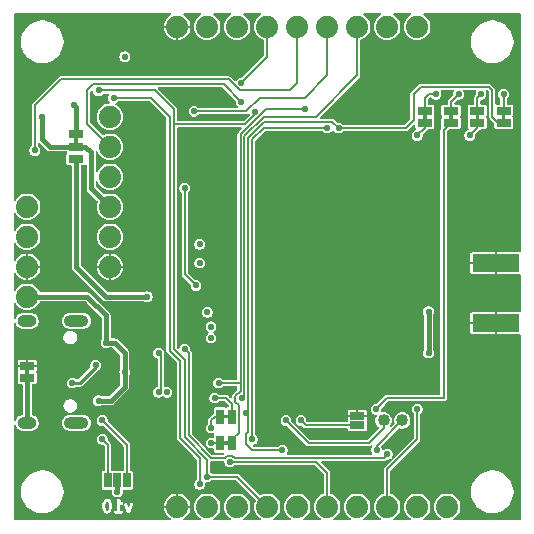
<source format=gbl>
%TF.GenerationSoftware,KiCad,Pcbnew,9.0.1*%
%TF.CreationDate,2025-04-16T09:50:42-06:00*%
%TF.ProjectId,SparkFun_GNSS_ZED-X20P,53706172-6b46-4756-9e5f-474e53535f5a,rev?*%
%TF.SameCoordinates,Original*%
%TF.FileFunction,Copper,L4,Bot*%
%TF.FilePolarity,Positive*%
%FSLAX46Y46*%
G04 Gerber Fmt 4.6, Leading zero omitted, Abs format (unit mm)*
G04 Created by KiCad (PCBNEW 9.0.1) date 2025-04-16 09:50:42*
%MOMM*%
%LPD*%
G01*
G04 APERTURE LIST*
G04 Aperture macros list*
%AMRoundRect*
0 Rectangle with rounded corners*
0 $1 Rounding radius*
0 $2 $3 $4 $5 $6 $7 $8 $9 X,Y pos of 4 corners*
0 Add a 4 corners polygon primitive as box body*
4,1,4,$2,$3,$4,$5,$6,$7,$8,$9,$2,$3,0*
0 Add four circle primitives for the rounded corners*
1,1,$1+$1,$2,$3*
1,1,$1+$1,$4,$5*
1,1,$1+$1,$6,$7*
1,1,$1+$1,$8,$9*
0 Add four rect primitives between the rounded corners*
20,1,$1+$1,$2,$3,$4,$5,0*
20,1,$1+$1,$4,$5,$6,$7,0*
20,1,$1+$1,$6,$7,$8,$9,0*
20,1,$1+$1,$8,$9,$2,$3,0*%
G04 Aperture macros list end*
%ADD10C,0.250000*%
%TA.AperFunction,EtchedComponent*%
%ADD11C,0.000000*%
%TD*%
%TA.AperFunction,ComponentPad*%
%ADD12C,1.879600*%
%TD*%
%TA.AperFunction,ComponentPad*%
%ADD13O,1.600000X1.000000*%
%TD*%
%TA.AperFunction,ComponentPad*%
%ADD14O,2.100000X1.000000*%
%TD*%
%TA.AperFunction,SMDPad,CuDef*%
%ADD15R,4.000000X1.500000*%
%TD*%
%TA.AperFunction,SMDPad,CuDef*%
%ADD16R,0.635000X1.270000*%
%TD*%
%TA.AperFunction,SMDPad,CuDef*%
%ADD17R,1.270000X0.660400*%
%TD*%
%TA.AperFunction,SMDPad,CuDef*%
%ADD18R,0.660400X1.270000*%
%TD*%
%TA.AperFunction,SMDPad,CuDef*%
%ADD19RoundRect,0.508000X0.000010X0.000010X-0.000010X0.000010X-0.000010X-0.000010X0.000010X-0.000010X0*%
%TD*%
%TA.AperFunction,SMDPad,CuDef*%
%ADD20R,1.270000X0.635000*%
%TD*%
%TA.AperFunction,ViaPad*%
%ADD21C,0.560000*%
%TD*%
%TA.AperFunction,Conductor*%
%ADD22C,0.177800*%
%TD*%
%TA.AperFunction,Conductor*%
%ADD23C,0.406400*%
%TD*%
%TA.AperFunction,Conductor*%
%ADD24C,0.261620*%
%TD*%
G04 APERTURE END LIST*
D10*
G36*
X8101668Y1670031D02*
G01*
X8120600Y1651098D01*
X8153010Y1586277D01*
X8193570Y1424040D01*
X8193570Y1216723D01*
X8153010Y1054487D01*
X8120599Y989664D01*
X8101668Y970732D01*
X8050967Y945381D01*
X8014746Y945381D01*
X7964044Y970732D01*
X7945112Y989664D01*
X7912701Y1054485D01*
X7872142Y1216723D01*
X7872142Y1424040D01*
X7912701Y1586278D01*
X7945111Y1651099D01*
X7964044Y1670031D01*
X8014746Y1695381D01*
X8050967Y1695381D01*
X8101668Y1670031D01*
G37*
G36*
X10329132Y570381D02*
G01*
X7497142Y570381D01*
X7497142Y1439429D01*
X7622142Y1439429D01*
X7622142Y1201334D01*
X7622561Y1197080D01*
X7622290Y1195258D01*
X7623639Y1186130D01*
X7624544Y1176948D01*
X7625248Y1175247D01*
X7625874Y1171017D01*
X7673493Y980541D01*
X7674136Y978742D01*
X7674200Y977842D01*
X7678082Y967696D01*
X7681738Y957466D01*
X7682274Y956742D01*
X7682958Y954956D01*
X7730576Y859719D01*
X7737183Y849223D01*
X7738446Y846175D01*
X7741263Y842742D01*
X7743631Y838981D01*
X7746125Y836818D01*
X7753991Y827233D01*
X7801610Y779613D01*
X7811198Y771744D01*
X7813360Y769251D01*
X7817114Y766888D01*
X7820551Y764067D01*
X7823604Y762803D01*
X7834097Y756197D01*
X7929335Y708578D01*
X7952221Y699820D01*
X7956701Y699502D01*
X7960851Y697783D01*
X7985237Y695381D01*
X8080475Y695381D01*
X8104861Y697783D01*
X8109009Y699502D01*
X8113491Y699820D01*
X8136377Y708578D01*
X8231614Y756196D01*
X8242110Y762804D01*
X8245160Y764067D01*
X8248593Y766886D01*
X8252352Y769251D01*
X8254514Y771745D01*
X8264102Y779613D01*
X8311721Y827232D01*
X8319588Y836820D01*
X8322081Y838981D01*
X8324447Y842741D01*
X8326110Y844767D01*
X8576925Y844767D01*
X8576925Y795995D01*
X8595589Y750935D01*
X8630077Y716447D01*
X8675137Y697783D01*
X8699523Y695381D01*
X9270951Y695381D01*
X9295337Y697783D01*
X9340397Y716447D01*
X9374885Y750935D01*
X9393549Y795995D01*
X9393549Y844767D01*
X9374885Y889827D01*
X9340397Y924315D01*
X9295337Y942979D01*
X9270951Y945381D01*
X9110237Y945381D01*
X9110237Y1476510D01*
X9119811Y1470483D01*
X9215049Y1422864D01*
X9237935Y1414106D01*
X9286584Y1410649D01*
X9332855Y1426072D01*
X9369700Y1458028D01*
X9375075Y1468779D01*
X9480627Y1468779D01*
X9486567Y1445006D01*
X9724662Y778339D01*
X9735126Y756182D01*
X9739336Y751531D01*
X9742023Y745859D01*
X9755582Y733584D01*
X9767858Y720024D01*
X9773530Y717338D01*
X9778181Y713127D01*
X9795405Y706976D01*
X9811936Y699145D01*
X9818201Y698834D01*
X9824111Y696723D01*
X9842386Y697632D01*
X9860649Y696724D01*
X9866555Y698834D01*
X9872823Y699145D01*
X9889355Y706976D01*
X9906579Y713127D01*
X9911230Y717338D01*
X9916902Y720024D01*
X9929177Y733584D01*
X9942737Y745859D01*
X9945423Y751531D01*
X9949634Y756182D01*
X9960098Y778339D01*
X10198193Y1445006D01*
X10204132Y1468779D01*
X10201711Y1517491D01*
X10180832Y1561570D01*
X10144674Y1594302D01*
X10098744Y1610705D01*
X10050031Y1608284D01*
X10005953Y1587405D01*
X9973221Y1551247D01*
X9962757Y1529090D01*
X9842380Y1192034D01*
X9722003Y1529090D01*
X9711539Y1551247D01*
X9678807Y1587405D01*
X9634728Y1608284D01*
X9586016Y1610706D01*
X9540086Y1594302D01*
X9503928Y1561570D01*
X9483049Y1517491D01*
X9480627Y1468779D01*
X9375075Y1468779D01*
X9391511Y1501651D01*
X9394969Y1550301D01*
X9379546Y1596571D01*
X9347590Y1633416D01*
X9326852Y1646471D01*
X9249756Y1685019D01*
X9177615Y1757160D01*
X9089243Y1889719D01*
X9089187Y1889787D01*
X9089171Y1889827D01*
X9089080Y1889918D01*
X9073718Y1908677D01*
X9063433Y1915565D01*
X9054683Y1924315D01*
X9043370Y1929001D01*
X9033194Y1935816D01*
X9021055Y1938244D01*
X9009623Y1942979D01*
X8997378Y1942979D01*
X8985367Y1945381D01*
X8973225Y1942979D01*
X8960851Y1942979D01*
X8949537Y1938294D01*
X8937522Y1935916D01*
X8927223Y1929051D01*
X8915791Y1924315D01*
X8907132Y1915656D01*
X8896941Y1908862D01*
X8890053Y1898578D01*
X8881303Y1889827D01*
X8876617Y1878515D01*
X8869802Y1868338D01*
X8867374Y1856200D01*
X8862639Y1844767D01*
X8860262Y1820638D01*
X8860237Y1820511D01*
X8860245Y1820468D01*
X8860237Y1820381D01*
X8860237Y945381D01*
X8699523Y945381D01*
X8675137Y942979D01*
X8630077Y924315D01*
X8595589Y889827D01*
X8576925Y844767D01*
X8326110Y844767D01*
X8327266Y846175D01*
X8328528Y849224D01*
X8335135Y859718D01*
X8382754Y954956D01*
X8383437Y956742D01*
X8383974Y957466D01*
X8387629Y967696D01*
X8391512Y977842D01*
X8391575Y978742D01*
X8392219Y980541D01*
X8439838Y1171017D01*
X8440463Y1175247D01*
X8441168Y1176948D01*
X8442072Y1186128D01*
X8443422Y1195257D01*
X8443150Y1197080D01*
X8443570Y1201334D01*
X8443570Y1439429D01*
X8443150Y1443684D01*
X8443422Y1445506D01*
X8442072Y1454636D01*
X8441168Y1463815D01*
X8440463Y1465517D01*
X8439838Y1469746D01*
X8392219Y1660222D01*
X8391575Y1662022D01*
X8391512Y1662921D01*
X8387629Y1673068D01*
X8383974Y1683297D01*
X8383437Y1684022D01*
X8382754Y1685807D01*
X8335135Y1781045D01*
X8328528Y1791540D01*
X8327265Y1794590D01*
X8324446Y1798025D01*
X8322081Y1801782D01*
X8319589Y1803944D01*
X8311720Y1813532D01*
X8264101Y1861150D01*
X8254515Y1869017D01*
X8252352Y1871511D01*
X8248590Y1873880D01*
X8245159Y1876695D01*
X8242112Y1877957D01*
X8231614Y1884566D01*
X8136377Y1932184D01*
X8113491Y1940942D01*
X8109009Y1941261D01*
X8104861Y1942979D01*
X8080475Y1945381D01*
X7985237Y1945381D01*
X7960851Y1942979D01*
X7956701Y1941261D01*
X7952221Y1940942D01*
X7929335Y1932184D01*
X7834097Y1884565D01*
X7823602Y1877959D01*
X7820552Y1876695D01*
X7817117Y1873877D01*
X7813360Y1871511D01*
X7811198Y1869020D01*
X7801610Y1861150D01*
X7753992Y1813531D01*
X7746125Y1803946D01*
X7743631Y1801782D01*
X7741262Y1798021D01*
X7738447Y1794589D01*
X7737185Y1791543D01*
X7730576Y1781044D01*
X7682958Y1685807D01*
X7682274Y1684022D01*
X7681738Y1683297D01*
X7678082Y1673068D01*
X7674200Y1662921D01*
X7674136Y1662022D01*
X7673493Y1660222D01*
X7625874Y1469746D01*
X7625248Y1465517D01*
X7624544Y1463815D01*
X7623639Y1454634D01*
X7622290Y1445505D01*
X7622561Y1443684D01*
X7622142Y1439429D01*
X7497142Y1439429D01*
X7497142Y2070381D01*
X10329132Y2070381D01*
X10329132Y570381D01*
G37*
D11*
%TA.AperFunction,EtchedComponent*%
%TO.C,JP4*%
G36*
X5547500Y32020700D02*
G01*
X5247500Y32020700D01*
X5247500Y32520700D01*
X5547500Y32520700D01*
X5547500Y32020700D01*
G37*
%TD.AperFunction*%
%TA.AperFunction,EtchedComponent*%
%TO.C,JP12*%
G36*
X18347500Y6517500D02*
G01*
X17847500Y6517500D01*
X17847500Y6817500D01*
X18347500Y6817500D01*
X18347500Y6517500D01*
G37*
%TD.AperFunction*%
%TA.AperFunction,EtchedComponent*%
%TO.C,JP3*%
G36*
X37297500Y34040000D02*
G01*
X36997500Y34040000D01*
X36997500Y34540000D01*
X37297500Y34540000D01*
X37297500Y34040000D01*
G37*
%TD.AperFunction*%
%TA.AperFunction,EtchedComponent*%
%TO.C,JP7*%
G36*
X1416250Y12450000D02*
G01*
X1116250Y12450000D01*
X1116250Y12950000D01*
X1416250Y12950000D01*
X1416250Y12450000D01*
G37*
%TD.AperFunction*%
%TA.AperFunction,EtchedComponent*%
%TO.C,JP8*%
G36*
X41742500Y34040000D02*
G01*
X41442500Y34040000D01*
X41442500Y34540000D01*
X41742500Y34540000D01*
X41742500Y34040000D01*
G37*
%TD.AperFunction*%
%TA.AperFunction,EtchedComponent*%
%TO.C,JP11*%
G36*
X18347500Y8740000D02*
G01*
X17847500Y8740000D01*
X17847500Y9040000D01*
X18347500Y9040000D01*
X18347500Y8740000D01*
G37*
%TD.AperFunction*%
%TA.AperFunction,EtchedComponent*%
%TO.C,JP2*%
G36*
X35075000Y34040000D02*
G01*
X34775000Y34040000D01*
X34775000Y34540000D01*
X35075000Y34540000D01*
X35075000Y34040000D01*
G37*
%TD.AperFunction*%
%TA.AperFunction,EtchedComponent*%
%TO.C,JP5*%
G36*
X39520000Y34040000D02*
G01*
X39220000Y34040000D01*
X39220000Y34540000D01*
X39520000Y34540000D01*
X39520000Y34040000D01*
G37*
%TD.AperFunction*%
%TD*%
D12*
%TO.P,J2,1,Pin_1*%
%TO.N,unconnected-(J2-Pin_1-Pad1)*%
X8255000Y34290000D03*
%TO.P,J2,2,Pin_2*%
%TO.N,TX2*%
X8255000Y31750000D03*
%TO.P,J2,3,Pin_3*%
%TO.N,HV-RX2*%
X8255000Y29210000D03*
%TO.P,J2,4,Pin_4*%
%TO.N,VOUT*%
X8255000Y26670000D03*
%TO.P,J2,5,Pin_5*%
%TO.N,unconnected-(J2-Pin_5-Pad5)*%
X8255000Y24130000D03*
%TO.P,J2,6,Pin_6*%
%TO.N,GND*%
X8255000Y21590000D03*
%TD*%
%TO.P,J11,1,Pin_1*%
%TO.N,GEO_STAT*%
X24130000Y1270000D03*
%TO.P,J11,2,Pin_2*%
%TO.N,RTK_STAT*%
X26670000Y1270000D03*
%TO.P,J11,3,Pin_3*%
%TO.N,PPS*%
X29210000Y1270000D03*
%TO.P,J11,4,Pin_4*%
%TO.N,~{RESET}*%
X31750000Y1270000D03*
%TO.P,J11,5,Pin_5*%
%TO.N,3V3_EN*%
X34290000Y1270000D03*
%TO.P,J11,6,Pin_6*%
%TO.N,EVENT*%
X36830000Y1270000D03*
%TD*%
D13*
%TO.P,J1,NC1,NC*%
%TO.N,unconnected-(J1-NC-PadNC1)*%
X1255000Y17018000D03*
D14*
%TO.P,J1,NC2,NC*%
%TO.N,unconnected-(J1-NC-PadNC2)*%
X5435000Y17018000D03*
%TO.P,J1,NC3,NC*%
%TO.N,unconnected-(J1-NC-PadNC3)*%
X5435000Y8382000D03*
D13*
%TO.P,J1,S,SHIELD*%
%TO.N,Net-(J1-SHIELD)*%
X1255000Y8382000D03*
%TD*%
D12*
%TO.P,J6,1,Pin_1*%
%TO.N,VUSB*%
X1270000Y19050000D03*
%TO.P,J6,2,Pin_2*%
%TO.N,GND*%
X1270000Y21590000D03*
%TO.P,J6,3,Pin_3*%
%TO.N,/D+*%
X1270000Y24130000D03*
%TO.P,J6,4,Pin_4*%
%TO.N,/D-*%
X1270000Y26670000D03*
%TD*%
D15*
%TO.P,J5,2,Ext*%
%TO.N,GND*%
X40957500Y21907500D03*
X40957500Y16827500D03*
%TD*%
D12*
%TO.P,J9,1,Pin_1*%
%TO.N,GND*%
X13970000Y1270000D03*
%TO.P,J9,2,Pin_2*%
%TO.N,3.3V*%
X16510000Y1270000D03*
%TO.P,J9,3,Pin_3*%
%TO.N,SDA{slash}~{CS}*%
X19050000Y1270000D03*
%TO.P,J9,4,Pin_4*%
%TO.N,SCL{slash}SCK*%
X21590000Y1270000D03*
%TD*%
%TO.P,J3,1,Pin_1*%
%TO.N,SCL{slash}SCK*%
X34290000Y41910000D03*
%TO.P,J3,2,Pin_2*%
%TO.N,TX1{slash}POCI*%
X31750000Y41910000D03*
%TO.P,J3,3,Pin_3*%
%TO.N,RX1{slash}PICO*%
X29210000Y41910000D03*
%TO.P,J3,4,Pin_4*%
%TO.N,SDA{slash}~{CS}*%
X26670000Y41910000D03*
%TO.P,J3,5,Pin_5*%
%TO.N,RX2*%
X24130000Y41910000D03*
%TO.P,J3,6,Pin_6*%
%TO.N,TX2*%
X21590000Y41910000D03*
%TO.P,J3,7,Pin_7*%
%TO.N,3.3V*%
X19050000Y41910000D03*
%TO.P,J3,8,Pin_8*%
%TO.N,VIN*%
X16510000Y41910000D03*
%TO.P,J3,9,Pin_9*%
%TO.N,GND*%
X13970000Y41910000D03*
%TD*%
D16*
%TO.P,JP9,1,A*%
%TO.N,Net-(JP9-A)*%
X9702800Y3492500D03*
%TO.P,JP9,2,B*%
%TO.N,3.3V*%
X8890000Y3492500D03*
%TO.P,JP9,3,C*%
%TO.N,Net-(JP9-C)*%
X8077200Y3492500D03*
%TD*%
D17*
%TO.P,JP4,1,A*%
%TO.N,3.3V*%
X5397500Y32791400D03*
%TO.P,JP4,2,B*%
%TO.N,VOUT*%
X5397500Y31750000D03*
%TO.P,JP4,3,C*%
%TO.N,5V*%
X5397500Y30708600D03*
%TD*%
D18*
%TO.P,JP12,1,A*%
%TO.N,Net-(JP12-A)*%
X17576800Y6667500D03*
%TO.P,JP12,2,B*%
%TO.N,TX1{slash}POCI*%
X18618200Y6667500D03*
%TD*%
D17*
%TO.P,JP3,1,A*%
%TO.N,Net-(JP3-A)*%
X37147500Y34810700D03*
%TO.P,JP3,2,B*%
%TO.N,PPS*%
X37147500Y33769300D03*
%TD*%
%TO.P,JP7,1,A*%
%TO.N,GND*%
X1266250Y13220700D03*
%TO.P,JP7,2,B*%
%TO.N,Net-(J1-SHIELD)*%
X1266250Y12179300D03*
%TD*%
%TO.P,JP8,1,A*%
%TO.N,Net-(JP8-A)*%
X41592500Y34810700D03*
%TO.P,JP8,2,B*%
%TO.N,GEO_STAT*%
X41592500Y33769300D03*
%TD*%
D19*
%TO.P,TP4,1,1*%
%TO.N,~{SAFEBOOT}*%
X33020000Y8572500D03*
%TD*%
D18*
%TO.P,JP11,1,A*%
%TO.N,Net-(JP11-A)*%
X17576800Y8890000D03*
%TO.P,JP11,2,B*%
%TO.N,Net-(JP11-B)*%
X18618200Y8890000D03*
%TD*%
D20*
%TO.P,JP10,1,A*%
%TO.N,GND*%
X29210000Y8978900D03*
%TO.P,JP10,2,B*%
%TO.N,Net-(JP10-B)*%
X29210000Y8166100D03*
%TD*%
D17*
%TO.P,JP2,1,A*%
%TO.N,Net-(JP2-A)*%
X34925000Y34810700D03*
%TO.P,JP2,2,B*%
%TO.N,3.3V*%
X34925000Y33769300D03*
%TD*%
D19*
%TO.P,TP1,1,1*%
%TO.N,TX_READY*%
X31432500Y8572500D03*
%TD*%
D17*
%TO.P,JP5,1,A*%
%TO.N,Net-(JP5-A)*%
X39370000Y34810700D03*
%TO.P,JP5,2,B*%
%TO.N,3.3V*%
X39370000Y33769300D03*
%TD*%
D21*
%TO.N,GND*%
X34290000Y16192500D03*
X34290000Y14922500D03*
X12065000Y20320000D03*
X31432500Y23812500D03*
X23177500Y21590000D03*
X17780000Y4603750D03*
X31432500Y19367500D03*
X23177500Y15240000D03*
X38417500Y16827500D03*
X21272500Y23812500D03*
X6032500Y18415000D03*
X31432500Y13017500D03*
X39370000Y11747500D03*
X42545000Y12382500D03*
X34607500Y26670000D03*
X23177500Y17462500D03*
X35877500Y22225000D03*
X23177500Y13017500D03*
X25400000Y15240000D03*
X31432500Y15240000D03*
X33020000Y13335000D03*
X10477500Y39370000D03*
X29527500Y25717500D03*
X23177500Y25717500D03*
X25400000Y17462500D03*
X17780000Y13335000D03*
X21272500Y17462500D03*
X25400000Y29845000D03*
X23177500Y19367500D03*
X38100000Y11112500D03*
X21272500Y21590000D03*
X34607500Y23812500D03*
X6985000Y15875000D03*
X31432500Y21590000D03*
X10795000Y23495000D03*
X25400000Y25717500D03*
X12065000Y21907500D03*
X15875000Y25400000D03*
X29527500Y21590000D03*
X25400000Y19367500D03*
X14461772Y17981632D03*
X27305000Y19367500D03*
X12382500Y32067500D03*
X12065000Y23495000D03*
X31432500Y29845000D03*
X11430000Y10160000D03*
X6033100Y27940000D03*
X13017500Y8255000D03*
X6985000Y9525000D03*
X29527500Y27940000D03*
X33020000Y9842500D03*
X17780000Y36195000D03*
X38417500Y21907500D03*
X11906250Y12700000D03*
X29527500Y15240000D03*
X21272500Y27940000D03*
X27305000Y13017500D03*
X31432500Y25717500D03*
X16510000Y24447500D03*
X29527500Y13017500D03*
X38100000Y18415000D03*
X27305000Y21590000D03*
X35877500Y18415000D03*
X39370000Y23177500D03*
X6032500Y6985000D03*
X6350000Y5397500D03*
X25400000Y27940000D03*
X34607500Y30162500D03*
X21272500Y13017500D03*
X27305000Y29845000D03*
X31432500Y27940000D03*
X40957500Y15557500D03*
X21272500Y29845000D03*
X29527500Y23812500D03*
X21272500Y15240000D03*
X29527500Y17462500D03*
X40957500Y10477500D03*
X42545000Y15557500D03*
X34607500Y22225000D03*
X7311365Y12537635D03*
X25400000Y21590000D03*
X21272500Y19367500D03*
X33020000Y38100000D03*
X37782500Y15557500D03*
X27305000Y25717500D03*
X42545000Y31115000D03*
X27305000Y15240000D03*
X23177500Y23812500D03*
X37147500Y17780000D03*
X16510000Y18732500D03*
X27305000Y27940000D03*
X42545000Y23177500D03*
X38100000Y13652500D03*
X23177500Y27940000D03*
X39370000Y15557500D03*
X34607500Y28257500D03*
X39370000Y14287500D03*
X23177500Y29845000D03*
X42545000Y13817500D03*
X21272500Y25717500D03*
X29527500Y29845000D03*
X31432500Y17462500D03*
X11430000Y15240000D03*
X29527500Y19367500D03*
X40957500Y23177500D03*
X25400000Y23812500D03*
X27305000Y23812500D03*
X25400000Y13017500D03*
X27305000Y17462500D03*
X34607500Y25400000D03*
X15716250Y10795000D03*
%TO.N,V_BCKP*%
X14605000Y28257500D03*
X15557500Y20002500D03*
%TO.N,5V*%
X11430000Y19050000D03*
%TO.N,PPS*%
X30797500Y9525000D03*
%TO.N,RTK_STAT*%
X26670000Y33337500D03*
X18415000Y5080000D03*
X20320000Y6985000D03*
%TO.N,VUSB*%
X7937500Y15150000D03*
X7302500Y10250000D03*
X9525000Y12700000D03*
%TO.N,~{RESET}*%
X34290000Y9525000D03*
%TO.N,3.3V*%
X38735000Y32702500D03*
X5238750Y35242500D03*
X15875000Y21907500D03*
X8890000Y2505230D03*
X13099290Y10963791D03*
X16510000Y17740000D03*
X9525000Y39370000D03*
X15875000Y23495000D03*
X34290000Y32702500D03*
%TO.N,Net-(C3-Pad1)*%
X35242500Y14287500D03*
X35242500Y17780000D03*
%TO.N,Net-(U4-V3)*%
X12382500Y10953750D03*
X12382500Y14287500D03*
%TO.N,Net-(U1-I{slash}O1)*%
X5080000Y11747500D03*
X7070810Y13249190D03*
%TO.N,Net-(JP2-A)*%
X35877500Y36195000D03*
%TO.N,Net-(JP3-A)*%
X37782500Y36195000D03*
%TO.N,Net-(JP5-A)*%
X39687500Y36195000D03*
%TO.N,SDA{slash}~{CS}*%
X8572500Y35877500D03*
X15875000Y3175000D03*
X15398750Y34766250D03*
%TO.N,TX1{slash}POCI*%
X17462500Y11747500D03*
X24765000Y34925000D03*
%TO.N,SCL{slash}SCK*%
X7302500Y36512500D03*
X20518803Y34726197D03*
X16510000Y3810000D03*
%TO.N,RX1{slash}PICO*%
X19467500Y10475270D03*
%TO.N,RX2*%
X1904400Y31432500D03*
%TO.N,TX2*%
X19367500Y35560000D03*
X19367500Y37147500D03*
%TO.N,3V3_EN*%
X31750000Y5715000D03*
X14605000Y14605000D03*
%TO.N,GEO_STAT*%
X22860000Y6032500D03*
X27622500Y33337500D03*
X19754161Y9205032D03*
%TO.N,Net-(JP9-A)*%
X7620000Y8572500D03*
%TO.N,Net-(JP9-C)*%
X7620000Y6985000D03*
%TO.N,Net-(JP10-B)*%
X24447500Y8572500D03*
%TO.N,TX_READY*%
X23177500Y8572500D03*
%TO.N,~{SAFEBOOT}*%
X30848615Y6083615D03*
%TO.N,VOUT*%
X2540000Y34290000D03*
%TO.N,Net-(JP8-A)*%
X41592500Y36195000D03*
%TO.N,Net-(JP11-A)*%
X16827500Y7937500D03*
%TO.N,Net-(JP11-B)*%
X17145000Y10477500D03*
%TO.N,Net-(JP12-A)*%
X16827500Y6667500D03*
%TO.N,/D+*%
X16827500Y15557500D03*
%TO.N,/D-*%
X16827500Y16510000D03*
%TD*%
D22*
%TO.N,V_BCKP*%
X15557500Y20002500D02*
X14605000Y20955000D01*
X14605000Y20955000D02*
X14605000Y28257500D01*
D23*
%TO.N,5V*%
X7937500Y19050000D02*
X11430000Y19050000D01*
X5397500Y21590000D02*
X7937500Y19050000D01*
X5397500Y30708600D02*
X5397500Y21590000D01*
D22*
%TO.N,PPS*%
X37147500Y33769300D02*
X36512500Y33134300D01*
X36512500Y10477500D02*
X31750000Y10477500D01*
X31750000Y10477500D02*
X30797500Y9525000D01*
X36512500Y33134300D02*
X36512500Y10477500D01*
%TO.N,RTK_STAT*%
X26670000Y4127500D02*
X26670000Y1270000D01*
X18415000Y5080000D02*
X18428700Y5066300D01*
X25731200Y5066300D02*
X26670000Y4127500D01*
X21272500Y33337500D02*
X26670000Y33337500D01*
X20320000Y32385000D02*
X21272500Y33337500D01*
X18428700Y5066300D02*
X25731200Y5066300D01*
X20320000Y6985000D02*
X20320000Y32385000D01*
D23*
%TO.N,VUSB*%
X9525000Y14287500D02*
X9525000Y12700000D01*
X1271600Y19051600D02*
X1270000Y19050000D01*
X7937500Y15150000D02*
X8662500Y15150000D01*
X8345000Y10250000D02*
X7302500Y10250000D01*
X9525000Y11430000D02*
X8345000Y10250000D01*
X7937500Y15150000D02*
X7937500Y17462500D01*
X9525000Y12700000D02*
X9525000Y11430000D01*
X7937500Y17462500D02*
X6348400Y19051600D01*
X6348400Y19051600D02*
X1271600Y19051600D01*
X8662500Y15150000D02*
X9525000Y14287500D01*
D22*
%TO.N,~{RESET}*%
X34290000Y6985000D02*
X31750000Y4445000D01*
X34290000Y9525000D02*
X34290000Y6985000D01*
X31750000Y4445000D02*
X31750000Y1270000D01*
%TO.N,3.3V*%
X34925000Y33769300D02*
X34925000Y33337500D01*
D23*
X5397500Y35083750D02*
X5238750Y35242500D01*
D22*
X39370000Y33337500D02*
X38735000Y32702500D01*
D23*
X5397500Y32791400D02*
X5397500Y35083750D01*
X8890000Y2505230D02*
X8890000Y3492500D01*
D22*
X34925000Y33337500D02*
X34290000Y32702500D01*
X39370000Y33769300D02*
X39370000Y33337500D01*
D23*
%TO.N,Net-(C3-Pad1)*%
X35242500Y14287500D02*
X35242500Y17780000D01*
D22*
%TO.N,Net-(U4-V3)*%
X12599673Y14070327D02*
X12382500Y14287500D01*
X12382500Y10953750D02*
X12599673Y11170923D01*
X12599673Y11170923D02*
X12599673Y14070327D01*
D23*
%TO.N,Net-(J1-SHIELD)*%
X1266250Y8393250D02*
X1255000Y8382000D01*
X1266250Y12179300D02*
X1266250Y8393250D01*
D24*
%TO.N,Net-(U1-I{slash}O1)*%
X5080000Y11747500D02*
X5715000Y11747500D01*
X5715000Y11747500D02*
X7070810Y13103310D01*
X7070810Y13103310D02*
X7070810Y13249190D01*
D22*
%TO.N,Net-(JP2-A)*%
X35242500Y36195000D02*
X34925000Y35877500D01*
X34925000Y35877500D02*
X34925000Y34810700D01*
X35877500Y36195000D02*
X35242500Y36195000D01*
%TO.N,Net-(JP3-A)*%
X37147500Y35560000D02*
X37147500Y34810700D01*
X37782500Y36195000D02*
X37147500Y35560000D01*
%TO.N,Net-(JP5-A)*%
X39370000Y35877500D02*
X39370000Y34810700D01*
X39687500Y36195000D02*
X39370000Y35877500D01*
%TO.N,SDA{slash}~{CS}*%
X13017500Y34607500D02*
X11747500Y35877500D01*
X13321300Y17462500D02*
X13321300Y14467812D01*
X13321300Y33337500D02*
X13321300Y17462500D01*
X14212056Y7060444D02*
X15557500Y5715000D01*
X13321300Y14467812D02*
X14212056Y13577056D01*
X15875000Y5397500D02*
X15875000Y3175000D01*
X21907500Y35877500D02*
X24765000Y35877500D01*
X26670000Y37782500D02*
X26670000Y41910000D01*
X11747500Y35877500D02*
X8572500Y35877500D01*
X14212056Y13577056D02*
X14212056Y7060444D01*
X13017500Y34607500D02*
X13321300Y34303700D01*
X20931462Y35877500D02*
X21907500Y35877500D01*
X15398750Y34766250D02*
X19820212Y34766250D01*
X13321300Y34303700D02*
X13321300Y33337500D01*
X19820212Y34766250D02*
X20931462Y35877500D01*
X24765000Y35877500D02*
X26670000Y37782500D01*
X15557500Y5715000D02*
X15875000Y5397500D01*
%TO.N,TX1{slash}POCI*%
X19326398Y13611398D02*
X19326398Y32796563D01*
X19324320Y11747500D02*
X19326399Y11749579D01*
X17462500Y11580888D02*
X17462500Y11747500D01*
X21454836Y34925000D02*
X24765000Y34925000D01*
X18891250Y10636250D02*
X19326399Y11071399D01*
X18618200Y6972300D02*
X19190700Y7544800D01*
X17462500Y11747500D02*
X19324320Y11747500D01*
X18618200Y6667500D02*
X18618200Y6972300D01*
X18891250Y10152138D02*
X18891250Y10636250D01*
X19326398Y32796563D02*
X21454836Y34925000D01*
X19326399Y11749579D02*
X19326398Y13611398D01*
X19190700Y9852688D02*
X18891250Y10152138D01*
X19190700Y7544800D02*
X19190700Y9852688D01*
X19326399Y11071399D02*
X19326399Y11749579D01*
%TO.N,SCL{slash}SCK*%
X20637500Y34607500D02*
X20637500Y34576052D01*
X13652500Y14605000D02*
X14591300Y13666200D01*
X7302500Y36512500D02*
X12065000Y36512500D01*
X13652500Y33655000D02*
X13652500Y14605000D01*
X16510000Y3810000D02*
X19050000Y3810000D01*
X14591299Y7439687D02*
X14591300Y7165312D01*
X20518803Y34726197D02*
X20637500Y34607500D01*
X12065000Y36512500D02*
X13652500Y34925000D01*
X14591300Y13666200D02*
X14591299Y7439687D01*
X16510000Y5246612D02*
X16510000Y3810000D01*
X19716448Y33655000D02*
X13652500Y33655000D01*
X13652500Y33655000D02*
X13652500Y34925000D01*
X19050000Y3810000D02*
X21590000Y1270000D01*
X14591300Y7165312D02*
X16510000Y5246612D01*
X20637500Y34576052D02*
X19716448Y33655000D01*
%TO.N,RX1{slash}PICO*%
X19657598Y32659374D02*
X21288224Y34290000D01*
X25717500Y34290000D02*
X29210000Y37782500D01*
X19467500Y10475270D02*
X19657599Y10665369D01*
X29210000Y37782500D02*
X29210000Y41910000D01*
X21288224Y34290000D02*
X25717500Y34290000D01*
X19657599Y32384999D02*
X19657598Y32659374D01*
X19657599Y10665369D02*
X19657599Y32384999D01*
%TO.N,RX2*%
X1904400Y31432500D02*
X1904400Y35241900D01*
X18311356Y37465000D02*
X19263856Y36512500D01*
X23495000Y36512500D02*
X24130000Y37147500D01*
X19263856Y36512500D02*
X23495000Y36512500D01*
X4127500Y37465000D02*
X18311356Y37465000D01*
X24130000Y37147500D02*
X24130000Y41910000D01*
X1904400Y35241900D02*
X4127500Y37465000D01*
%TO.N,TX2*%
X17892700Y37034800D02*
X19367500Y35560000D01*
X21590000Y39370000D02*
X21590000Y41910000D01*
X6350000Y33655000D02*
X6350000Y36512500D01*
X19367500Y37147500D02*
X21590000Y39370000D01*
X8255000Y31750000D02*
X6350000Y33655000D01*
X6350000Y36512500D02*
X6872300Y37034800D01*
X6872300Y37034800D02*
X17892700Y37034800D01*
%TO.N,3V3_EN*%
X31750000Y5715000D02*
X31432500Y5397500D01*
X14922500Y14287500D02*
X14605000Y14605000D01*
X18836144Y5397500D02*
X18631344Y5602300D01*
X25868387Y5397501D02*
X18836144Y5397500D01*
X14922500Y7302500D02*
X14922500Y14287500D01*
X18631344Y5602300D02*
X18198656Y5602300D01*
X31432500Y5397500D02*
X25868388Y5397500D01*
X25868388Y5397500D02*
X25868387Y5397501D01*
X16827500Y5397500D02*
X14922500Y7302500D01*
X17993856Y5397500D02*
X16827500Y5397500D01*
X18198656Y5602300D02*
X17993856Y5397500D01*
%TO.N,GEO_STAT*%
X21326412Y33859800D02*
X27100200Y33859800D01*
X19988799Y32522187D02*
X21326412Y33859800D01*
X40640000Y34290000D02*
X40640000Y35560000D01*
X41160700Y33769300D02*
X40640000Y34290000D01*
X34607500Y36830000D02*
X33972500Y36195000D01*
X19988799Y7606299D02*
X19988799Y9207500D01*
X40640000Y35560000D02*
X40640000Y36512500D01*
X19797700Y6554800D02*
X19797700Y7415200D01*
X40322500Y36830000D02*
X34607500Y36830000D01*
X19988799Y9207500D02*
X19988799Y32522187D01*
X19797700Y7415200D02*
X19988799Y7606299D01*
X20320000Y6032500D02*
X19797700Y6554800D01*
X40640000Y36512500D02*
X40322500Y36830000D01*
X19754161Y9205032D02*
X19756629Y9207500D01*
X33972500Y36195000D02*
X33972500Y33972500D01*
X33972500Y33972500D02*
X33337500Y33337500D01*
X33337500Y33337500D02*
X27622500Y33337500D01*
X22860000Y6032500D02*
X20320000Y6032500D01*
X41592500Y33769300D02*
X41160700Y33769300D01*
X19756629Y9207500D02*
X19988799Y9207500D01*
X27100200Y33859800D02*
X27622500Y33337500D01*
%TO.N,Net-(JP9-A)*%
X9702800Y6489700D02*
X7620000Y8572500D01*
X9702800Y3492500D02*
X9702800Y6489700D01*
%TO.N,Net-(JP9-C)*%
X8077200Y6527800D02*
X7620000Y6985000D01*
X8077200Y3492500D02*
X8077200Y6527800D01*
%TO.N,Net-(JP10-B)*%
X24853900Y8166100D02*
X29210000Y8166100D01*
X24447500Y8572500D02*
X24853900Y8166100D01*
%TO.N,TX_READY*%
X31432500Y7937500D02*
X31432500Y8572500D01*
X23177500Y8572500D02*
X25082500Y6667500D01*
X25082500Y6667500D02*
X30162500Y6667500D01*
X30162500Y6667500D02*
X31432500Y7937500D01*
%TO.N,~{SAFEBOOT}*%
X30848615Y6083615D02*
X30848615Y6401115D01*
X30848615Y6401115D02*
X33020000Y8572500D01*
D23*
%TO.N,VOUT*%
X3175000Y31750000D02*
X2540000Y32385000D01*
X6667500Y31273750D02*
X6667500Y28257500D01*
X5397500Y31750000D02*
X3175000Y31750000D01*
X2540000Y32385000D02*
X2540000Y34290000D01*
X6191250Y31750000D02*
X6667500Y31273750D01*
X5397500Y31750000D02*
X6191250Y31750000D01*
X6667500Y28257500D02*
X8255000Y26670000D01*
D22*
%TO.N,Net-(JP8-A)*%
X41592500Y36195000D02*
X41592500Y34810700D01*
%TO.N,Net-(JP11-A)*%
X16827500Y8572500D02*
X17145000Y8890000D01*
X17145000Y8890000D02*
X17576800Y8890000D01*
X16827500Y7937500D02*
X16827500Y8572500D01*
%TO.N,Net-(JP11-B)*%
X18097500Y10477500D02*
X18618200Y9956800D01*
X17145000Y10477500D02*
X18097500Y10477500D01*
X18618200Y9956800D02*
X18618200Y8890000D01*
%TO.N,Net-(JP12-A)*%
X16827500Y6667500D02*
X17576800Y6667500D01*
%TD*%
%TA.AperFunction,Conductor*%
%TO.N,GND*%
G36*
X13440929Y43031935D02*
G01*
X13470993Y42979864D01*
X13460552Y42920650D01*
X13424334Y42886281D01*
X13384252Y42865859D01*
X13384245Y42865855D01*
X13241931Y42762458D01*
X13117542Y42638069D01*
X13014145Y42495755D01*
X13014141Y42495748D01*
X12934280Y42339013D01*
X12934277Y42339006D01*
X12879918Y42171704D01*
X12852549Y41998900D01*
X13467900Y41998900D01*
X13462000Y41976880D01*
X13462000Y41843120D01*
X13467900Y41821100D01*
X12852549Y41821100D01*
X12879918Y41648297D01*
X12934277Y41480995D01*
X12934280Y41480988D01*
X13014141Y41324253D01*
X13014145Y41324246D01*
X13117542Y41181932D01*
X13241931Y41057543D01*
X13384245Y40954146D01*
X13384252Y40954142D01*
X13540987Y40874281D01*
X13540994Y40874278D01*
X13708297Y40819919D01*
X13708295Y40819919D01*
X13881099Y40792550D01*
X13881100Y40792550D01*
X13881100Y41407901D01*
X13903120Y41402000D01*
X14036880Y41402000D01*
X14058900Y41407901D01*
X14058900Y40792550D01*
X14231703Y40819919D01*
X14399005Y40874278D01*
X14399012Y40874281D01*
X14555747Y40954142D01*
X14555754Y40954146D01*
X14698068Y41057543D01*
X14822457Y41181932D01*
X14925854Y41324246D01*
X14925858Y41324253D01*
X15005719Y41480988D01*
X15005722Y41480995D01*
X15060081Y41648297D01*
X15087451Y41821100D01*
X14472100Y41821100D01*
X14478000Y41843120D01*
X14478000Y41976880D01*
X14472100Y41998900D01*
X15087450Y41998900D01*
X15060081Y42171704D01*
X15005722Y42339006D01*
X15005719Y42339013D01*
X14925858Y42495748D01*
X14925854Y42495755D01*
X14822457Y42638069D01*
X14698068Y42762458D01*
X14555754Y42865855D01*
X14555747Y42865859D01*
X14515666Y42886281D01*
X14474659Y42930255D01*
X14471513Y42990300D01*
X14507699Y43038319D01*
X14555572Y43052500D01*
X15923325Y43052500D01*
X15979826Y43031935D01*
X16009890Y42979864D01*
X15999449Y42920650D01*
X15963231Y42886281D01*
X15955293Y42882237D01*
X15923986Y42866285D01*
X15781606Y42762839D01*
X15657161Y42638394D01*
X15553715Y42496013D01*
X15553713Y42496009D01*
X15473814Y42339197D01*
X15473813Y42339194D01*
X15419431Y42171821D01*
X15409019Y42106081D01*
X15391900Y41997996D01*
X15391900Y41822004D01*
X15396357Y41793863D01*
X15419431Y41648180D01*
X15473754Y41480988D01*
X15473816Y41480799D01*
X15553715Y41323988D01*
X15657161Y41181607D01*
X15781607Y41057161D01*
X15923988Y40953715D01*
X16080799Y40873816D01*
X16248178Y40819432D01*
X16422004Y40791900D01*
X16422006Y40791900D01*
X16597994Y40791900D01*
X16597996Y40791900D01*
X16771822Y40819432D01*
X16939201Y40873816D01*
X17096012Y40953715D01*
X17238393Y41057161D01*
X17362839Y41181607D01*
X17466285Y41323988D01*
X17546184Y41480799D01*
X17600568Y41648178D01*
X17628100Y41822004D01*
X17628100Y41997996D01*
X17600568Y42171822D01*
X17546184Y42339201D01*
X17466285Y42496012D01*
X17362839Y42638393D01*
X17238393Y42762839D01*
X17096013Y42866285D01*
X17069972Y42879553D01*
X17056768Y42886281D01*
X17015763Y42930255D01*
X17012616Y42990299D01*
X17048801Y43038319D01*
X17096675Y43052500D01*
X18463325Y43052500D01*
X18519826Y43031935D01*
X18549890Y42979864D01*
X18539449Y42920650D01*
X18503231Y42886281D01*
X18495293Y42882237D01*
X18463986Y42866285D01*
X18321606Y42762839D01*
X18197161Y42638394D01*
X18093715Y42496013D01*
X18093713Y42496009D01*
X18013814Y42339197D01*
X18013813Y42339194D01*
X17959431Y42171821D01*
X17949019Y42106081D01*
X17931900Y41997996D01*
X17931900Y41822004D01*
X17936357Y41793863D01*
X17959431Y41648180D01*
X18013754Y41480988D01*
X18013816Y41480799D01*
X18093715Y41323988D01*
X18197161Y41181607D01*
X18321607Y41057161D01*
X18463988Y40953715D01*
X18620799Y40873816D01*
X18788178Y40819432D01*
X18962004Y40791900D01*
X18962006Y40791900D01*
X19137994Y40791900D01*
X19137996Y40791900D01*
X19311822Y40819432D01*
X19479201Y40873816D01*
X19636012Y40953715D01*
X19778393Y41057161D01*
X19902839Y41181607D01*
X20006285Y41323988D01*
X20086184Y41480799D01*
X20140568Y41648178D01*
X20168100Y41822004D01*
X20168100Y41997996D01*
X20140568Y42171822D01*
X20086184Y42339201D01*
X20006285Y42496012D01*
X19902839Y42638393D01*
X19778393Y42762839D01*
X19636013Y42866285D01*
X19609972Y42879553D01*
X19596768Y42886281D01*
X19555763Y42930255D01*
X19552616Y42990299D01*
X19588801Y43038319D01*
X19636675Y43052500D01*
X21003325Y43052500D01*
X21059826Y43031935D01*
X21089890Y42979864D01*
X21079449Y42920650D01*
X21043231Y42886281D01*
X21035293Y42882237D01*
X21003986Y42866285D01*
X20861606Y42762839D01*
X20737161Y42638394D01*
X20633715Y42496013D01*
X20633713Y42496009D01*
X20553814Y42339197D01*
X20553813Y42339194D01*
X20499431Y42171821D01*
X20489019Y42106081D01*
X20471900Y41997996D01*
X20471900Y41822004D01*
X20476357Y41793863D01*
X20499431Y41648180D01*
X20553754Y41480988D01*
X20553816Y41480799D01*
X20633715Y41323988D01*
X20737161Y41181607D01*
X20861607Y41057161D01*
X21003988Y40953715D01*
X21160799Y40873816D01*
X21160804Y40873815D01*
X21160809Y40873812D01*
X21241113Y40847721D01*
X21262061Y40840915D01*
X21309443Y40803898D01*
X21322800Y40757317D01*
X21322800Y39517089D01*
X21302235Y39460588D01*
X21297055Y39454934D01*
X19473666Y37631545D01*
X19419172Y37606134D01*
X19411511Y37605800D01*
X19307164Y37605800D01*
X19190606Y37574570D01*
X19086095Y37514231D01*
X19000769Y37428905D01*
X18957228Y37353489D01*
X18911167Y37314840D01*
X18851040Y37314840D01*
X18818951Y37335283D01*
X18462713Y37691521D01*
X18364505Y37732200D01*
X4180649Y37732200D01*
X4074351Y37732200D01*
X4033673Y37715351D01*
X3976144Y37691522D01*
X1753043Y35468421D01*
X1753042Y35468422D01*
X1677880Y35393259D01*
X1677878Y35393257D01*
X1637200Y35295049D01*
X1637200Y31849845D01*
X1616635Y31793344D01*
X1611455Y31787690D01*
X1537669Y31713905D01*
X1477330Y31609394D01*
X1446100Y31492836D01*
X1446100Y31372165D01*
X1477330Y31255607D01*
X1477331Y31255604D01*
X1477332Y31255603D01*
X1537668Y31151097D01*
X1622997Y31065768D01*
X1727503Y31005432D01*
X1727505Y31005432D01*
X1727506Y31005431D01*
X1844064Y30974200D01*
X1964735Y30974200D01*
X1964736Y30974200D01*
X2081297Y31005432D01*
X2185803Y31065768D01*
X2271132Y31151097D01*
X2331468Y31255603D01*
X2362700Y31372164D01*
X2362700Y31492836D01*
X2331468Y31609397D01*
X2271132Y31713903D01*
X2197345Y31787690D01*
X2189234Y31805082D01*
X2176901Y31819781D01*
X2173569Y31838678D01*
X2171934Y31842184D01*
X2171600Y31849845D01*
X2171600Y32001667D01*
X2192165Y32058168D01*
X2244236Y32088232D01*
X2303450Y32077791D01*
X2321655Y32063822D01*
X2940753Y31444724D01*
X3027747Y31394498D01*
X3124775Y31368499D01*
X3124776Y31368499D01*
X3230607Y31368499D01*
X3230623Y31368500D01*
X4535355Y31368500D01*
X4560051Y31359511D01*
X4585470Y31352814D01*
X4589377Y31348838D01*
X4591856Y31347935D01*
X4607147Y31331319D01*
X4607786Y31330415D01*
X4633953Y31291253D01*
X4636793Y31289356D01*
X4643389Y31280019D01*
X4649437Y31257817D01*
X4659163Y31236961D01*
X4657158Y31229479D01*
X4659194Y31222006D01*
X4649555Y31201108D01*
X4643600Y31178883D01*
X4634078Y31167534D01*
X4634054Y31167499D01*
X4634012Y31167406D01*
X4633984Y31167393D01*
X4633953Y31167348D01*
X4633953Y31167347D01*
X4594545Y31108369D01*
X4584200Y31056360D01*
X4584200Y30360837D01*
X4584201Y30360835D01*
X4594543Y30308835D01*
X4594543Y30308834D01*
X4594544Y30308832D01*
X4594545Y30308831D01*
X4633953Y30249853D01*
X4692931Y30210445D01*
X4744939Y30200100D01*
X4928100Y30200101D01*
X4984601Y30179537D01*
X5014665Y30127465D01*
X5016000Y30112201D01*
X5016000Y21539776D01*
X5041997Y21442750D01*
X5092225Y21355752D01*
X7632222Y18815756D01*
X7632222Y18815755D01*
X7703249Y18744727D01*
X7703251Y18744726D01*
X7703253Y18744724D01*
X7790246Y18694499D01*
X7790248Y18694499D01*
X7790249Y18694498D01*
X7887275Y18668500D01*
X7987725Y18668500D01*
X11150623Y18668500D01*
X11194572Y18656724D01*
X11215997Y18644355D01*
X11253103Y18622932D01*
X11369664Y18591700D01*
X11490335Y18591700D01*
X11490336Y18591700D01*
X11606897Y18622932D01*
X11711403Y18683268D01*
X11796732Y18768597D01*
X11857068Y18873103D01*
X11888300Y18989664D01*
X11888300Y19110336D01*
X11857068Y19226897D01*
X11796732Y19331403D01*
X11711403Y19416732D01*
X11606897Y19477068D01*
X11606896Y19477069D01*
X11606893Y19477070D01*
X11490336Y19508300D01*
X11369664Y19508300D01*
X11253104Y19477069D01*
X11194572Y19443276D01*
X11150623Y19431500D01*
X8131932Y19431500D01*
X8075431Y19452065D01*
X8069777Y19457245D01*
X6061805Y21465218D01*
X5848123Y21678900D01*
X7137549Y21678900D01*
X7752900Y21678900D01*
X7747000Y21656880D01*
X7747000Y21523120D01*
X7752900Y21501100D01*
X7137549Y21501100D01*
X7164918Y21328297D01*
X7219277Y21160995D01*
X7219280Y21160988D01*
X7299141Y21004253D01*
X7299145Y21004246D01*
X7402542Y20861932D01*
X7526931Y20737543D01*
X7669245Y20634146D01*
X7669252Y20634142D01*
X7825987Y20554281D01*
X7825994Y20554278D01*
X7993297Y20499919D01*
X7993295Y20499919D01*
X8166099Y20472550D01*
X8166100Y20472550D01*
X8166100Y21087901D01*
X8188120Y21082000D01*
X8321880Y21082000D01*
X8343900Y21087901D01*
X8343900Y20472550D01*
X8516703Y20499919D01*
X8684005Y20554278D01*
X8684012Y20554281D01*
X8840747Y20634142D01*
X8840754Y20634146D01*
X8983068Y20737543D01*
X9107457Y20861932D01*
X9210854Y21004246D01*
X9210858Y21004253D01*
X9290719Y21160988D01*
X9290722Y21160995D01*
X9345081Y21328297D01*
X9372451Y21501100D01*
X8757100Y21501100D01*
X8763000Y21523120D01*
X8763000Y21656880D01*
X8757100Y21678900D01*
X9372450Y21678900D01*
X9345081Y21851704D01*
X9290722Y22019006D01*
X9290719Y22019013D01*
X9210858Y22175748D01*
X9210854Y22175755D01*
X9107457Y22318069D01*
X8983068Y22442458D01*
X8840754Y22545855D01*
X8840747Y22545859D01*
X8684012Y22625720D01*
X8684005Y22625723D01*
X8516703Y22680082D01*
X8343900Y22707451D01*
X8343900Y22092100D01*
X8321880Y22098000D01*
X8188120Y22098000D01*
X8166100Y22092100D01*
X8166100Y22707451D01*
X7993296Y22680082D01*
X7825994Y22625723D01*
X7825987Y22625720D01*
X7669252Y22545859D01*
X7669245Y22545855D01*
X7526931Y22442458D01*
X7402542Y22318069D01*
X7299145Y22175755D01*
X7299141Y22175748D01*
X7219280Y22019013D01*
X7219277Y22019006D01*
X7164918Y21851704D01*
X7137549Y21678900D01*
X5848123Y21678900D01*
X5804745Y21722278D01*
X5779334Y21776772D01*
X5779000Y21784433D01*
X5779000Y24217995D01*
X7136900Y24217995D01*
X7136900Y24042006D01*
X7164431Y23868180D01*
X7166526Y23861731D01*
X7218816Y23700799D01*
X7298715Y23543988D01*
X7402161Y23401607D01*
X7526607Y23277161D01*
X7668988Y23173715D01*
X7825799Y23093816D01*
X7993178Y23039432D01*
X8167004Y23011900D01*
X8167006Y23011900D01*
X8342994Y23011900D01*
X8342996Y23011900D01*
X8516822Y23039432D01*
X8684201Y23093816D01*
X8841012Y23173715D01*
X8983393Y23277161D01*
X9107839Y23401607D01*
X9211285Y23543988D01*
X9291184Y23700799D01*
X9345568Y23868178D01*
X9373100Y24042004D01*
X9373100Y24217996D01*
X9345568Y24391822D01*
X9291184Y24559201D01*
X9211285Y24716012D01*
X9107839Y24858393D01*
X8983393Y24982839D01*
X8841012Y25086285D01*
X8684201Y25166184D01*
X8684198Y25166185D01*
X8684196Y25166186D01*
X8684193Y25166187D01*
X8516820Y25220569D01*
X8398058Y25239379D01*
X8342996Y25248100D01*
X8167004Y25248100D01*
X8119470Y25240572D01*
X7993179Y25220569D01*
X7825806Y25166187D01*
X7825803Y25166186D01*
X7668991Y25086287D01*
X7668987Y25086285D01*
X7526606Y24982839D01*
X7402161Y24858394D01*
X7298715Y24716013D01*
X7298713Y24716009D01*
X7218814Y24559197D01*
X7218813Y24559194D01*
X7164431Y24391821D01*
X7136900Y24217995D01*
X5779000Y24217995D01*
X5779000Y30112201D01*
X5799565Y30168702D01*
X5851636Y30198766D01*
X5866900Y30200101D01*
X6050064Y30200101D01*
X6050065Y30200102D01*
X6102065Y30210444D01*
X6102066Y30210444D01*
X6102066Y30210445D01*
X6102069Y30210445D01*
X6149266Y30241982D01*
X6207669Y30256273D01*
X6261595Y30229679D01*
X6285812Y30174644D01*
X6286000Y30168895D01*
X6286000Y28207276D01*
X6311997Y28110250D01*
X6311998Y28110247D01*
X6311999Y28110246D01*
X6329113Y28080603D01*
X6362225Y28023252D01*
X7197271Y27188206D01*
X7222682Y27133712D01*
X7218714Y27098889D01*
X7164431Y26931821D01*
X7136900Y26757995D01*
X7136900Y26582006D01*
X7164431Y26408180D01*
X7164432Y26408178D01*
X7218816Y26240799D01*
X7298715Y26083988D01*
X7402161Y25941607D01*
X7526607Y25817161D01*
X7668988Y25713715D01*
X7825799Y25633816D01*
X7993178Y25579432D01*
X8167004Y25551900D01*
X8167006Y25551900D01*
X8342994Y25551900D01*
X8342996Y25551900D01*
X8516822Y25579432D01*
X8684201Y25633816D01*
X8841012Y25713715D01*
X8983393Y25817161D01*
X9107839Y25941607D01*
X9211285Y26083988D01*
X9291184Y26240799D01*
X9345568Y26408178D01*
X9373100Y26582004D01*
X9373100Y26757996D01*
X9345568Y26931822D01*
X9291184Y27099201D01*
X9211285Y27256012D01*
X9107839Y27398393D01*
X8983393Y27522839D01*
X8841012Y27626285D01*
X8684201Y27706184D01*
X8684198Y27706185D01*
X8684196Y27706186D01*
X8684193Y27706187D01*
X8516820Y27760569D01*
X8398058Y27779379D01*
X8342996Y27788100D01*
X8167004Y27788100D01*
X8119470Y27780572D01*
X7993179Y27760569D01*
X7826111Y27706286D01*
X7766020Y27708385D01*
X7736794Y27727729D01*
X7074745Y28389778D01*
X7049334Y28444272D01*
X7049000Y28451933D01*
X7049000Y28748868D01*
X7069565Y28805369D01*
X7121636Y28835433D01*
X7180850Y28824992D01*
X7217015Y28783758D01*
X7217249Y28783876D01*
X7217716Y28782958D01*
X7218106Y28782514D01*
X7218813Y28780807D01*
X7218816Y28780799D01*
X7298715Y28623988D01*
X7402161Y28481607D01*
X7526607Y28357161D01*
X7668988Y28253715D01*
X7825799Y28173816D01*
X7993178Y28119432D01*
X8167004Y28091900D01*
X8167006Y28091900D01*
X8342994Y28091900D01*
X8342996Y28091900D01*
X8516822Y28119432D01*
X8684201Y28173816D01*
X8841012Y28253715D01*
X8983393Y28357161D01*
X9107839Y28481607D01*
X9211285Y28623988D01*
X9291184Y28780799D01*
X9345568Y28948178D01*
X9373100Y29122004D01*
X9373100Y29297996D01*
X9345568Y29471822D01*
X9291184Y29639201D01*
X9211285Y29796012D01*
X9107839Y29938393D01*
X8983393Y30062839D01*
X8841012Y30166285D01*
X8684201Y30246184D01*
X8684198Y30246185D01*
X8684196Y30246186D01*
X8684193Y30246187D01*
X8516820Y30300569D01*
X8398058Y30319379D01*
X8342996Y30328100D01*
X8167004Y30328100D01*
X8119470Y30320572D01*
X7993179Y30300569D01*
X7825806Y30246187D01*
X7825803Y30246186D01*
X7668991Y30166287D01*
X7668987Y30166285D01*
X7526606Y30062839D01*
X7402161Y29938394D01*
X7298715Y29796013D01*
X7298713Y29796009D01*
X7218811Y29639191D01*
X7218103Y29637481D01*
X7217736Y29637082D01*
X7217249Y29636124D01*
X7216983Y29636260D01*
X7177474Y29593158D01*
X7117860Y29585320D01*
X7067155Y29617635D01*
X7049000Y29671133D01*
X7049000Y31288868D01*
X7069565Y31345369D01*
X7121636Y31375433D01*
X7180850Y31364992D01*
X7217015Y31323758D01*
X7217249Y31323876D01*
X7217716Y31322958D01*
X7218106Y31322514D01*
X7218813Y31320807D01*
X7218816Y31320799D01*
X7298715Y31163988D01*
X7402161Y31021607D01*
X7526607Y30897161D01*
X7668988Y30793715D01*
X7825799Y30713816D01*
X7993178Y30659432D01*
X8167004Y30631900D01*
X8167006Y30631900D01*
X8342994Y30631900D01*
X8342996Y30631900D01*
X8516822Y30659432D01*
X8684201Y30713816D01*
X8841012Y30793715D01*
X8983393Y30897161D01*
X9107839Y31021607D01*
X9211285Y31163988D01*
X9291184Y31320799D01*
X9345568Y31488178D01*
X9373100Y31662004D01*
X9373100Y31837996D01*
X9345568Y32011822D01*
X9291184Y32179201D01*
X9211285Y32336012D01*
X9107839Y32478393D01*
X8983393Y32602839D01*
X8841012Y32706285D01*
X8684201Y32786184D01*
X8684198Y32786185D01*
X8684196Y32786186D01*
X8684193Y32786187D01*
X8516820Y32840569D01*
X8398058Y32859379D01*
X8342996Y32868100D01*
X8167004Y32868100D01*
X8119470Y32860572D01*
X7993179Y32840569D01*
X7825806Y32786187D01*
X7825803Y32786186D01*
X7730928Y32737845D01*
X7671249Y32730518D01*
X7628868Y32754010D01*
X6642945Y33739933D01*
X6617534Y33794427D01*
X6617200Y33802088D01*
X6617200Y36365413D01*
X6623763Y36383446D01*
X6625436Y36402561D01*
X6636442Y36418282D01*
X6637765Y36421914D01*
X6642935Y36427558D01*
X6699213Y36483836D01*
X6753706Y36509246D01*
X6811784Y36493683D01*
X6846272Y36444430D01*
X6875430Y36335607D01*
X6875431Y36335604D01*
X6875432Y36335603D01*
X6935768Y36231097D01*
X7021097Y36145768D01*
X7125603Y36085432D01*
X7125605Y36085432D01*
X7125606Y36085431D01*
X7242164Y36054200D01*
X7362835Y36054200D01*
X7362836Y36054200D01*
X7479397Y36085432D01*
X7583903Y36145768D01*
X7657690Y36219555D01*
X7712184Y36244966D01*
X7719845Y36245300D01*
X8103403Y36245300D01*
X8159904Y36224735D01*
X8189968Y36172664D01*
X8179527Y36113453D01*
X8162709Y36084322D01*
X8145430Y36054394D01*
X8114200Y35937836D01*
X8114200Y35817165D01*
X8145430Y35700607D01*
X8145431Y35700604D01*
X8145432Y35700603D01*
X8201198Y35604012D01*
X8205769Y35596096D01*
X8243710Y35558155D01*
X8269121Y35503661D01*
X8253558Y35445583D01*
X8204305Y35411095D01*
X8181555Y35408100D01*
X8167004Y35408100D01*
X8119470Y35400572D01*
X7993179Y35380569D01*
X7825806Y35326187D01*
X7825803Y35326186D01*
X7668991Y35246287D01*
X7668987Y35246285D01*
X7526606Y35142839D01*
X7402161Y35018394D01*
X7298715Y34876013D01*
X7298713Y34876009D01*
X7218814Y34719197D01*
X7218813Y34719194D01*
X7164431Y34551821D01*
X7141260Y34405527D01*
X7136900Y34377996D01*
X7136900Y34202004D01*
X7145621Y34146942D01*
X7164431Y34028180D01*
X7198865Y33922200D01*
X7218816Y33860799D01*
X7298715Y33703988D01*
X7402161Y33561607D01*
X7526607Y33437161D01*
X7668988Y33333715D01*
X7825799Y33253816D01*
X7993178Y33199432D01*
X8167004Y33171900D01*
X8167006Y33171900D01*
X8342994Y33171900D01*
X8342996Y33171900D01*
X8516822Y33199432D01*
X8684201Y33253816D01*
X8841012Y33333715D01*
X8983393Y33437161D01*
X9107839Y33561607D01*
X9211285Y33703988D01*
X9291184Y33860799D01*
X9345568Y34028178D01*
X9373100Y34202004D01*
X9373100Y34377996D01*
X9345568Y34551822D01*
X9291184Y34719201D01*
X9211285Y34876012D01*
X9107839Y35018393D01*
X8983393Y35142839D01*
X8841012Y35246285D01*
X8748762Y35293289D01*
X8707756Y35337262D01*
X8704609Y35397307D01*
X8740794Y35445327D01*
X8744719Y35447732D01*
X8749394Y35450432D01*
X8749397Y35450432D01*
X8853903Y35510768D01*
X8927690Y35584555D01*
X8982184Y35609966D01*
X8989845Y35610300D01*
X11600412Y35610300D01*
X11656913Y35589735D01*
X11662567Y35584555D01*
X13028355Y34218767D01*
X13053766Y34164273D01*
X13054100Y34156612D01*
X13054100Y33390649D01*
X13054100Y17515649D01*
X13054100Y14520961D01*
X13054100Y14414663D01*
X13094779Y14316455D01*
X13919111Y13492123D01*
X13944522Y13437630D01*
X13944856Y13429969D01*
X13944856Y7113593D01*
X13944856Y7007295D01*
X13985535Y6909087D01*
X14666715Y6227907D01*
X15330979Y5563643D01*
X15582055Y5312567D01*
X15607466Y5258073D01*
X15607800Y5250412D01*
X15607800Y3592345D01*
X15587235Y3535844D01*
X15582055Y3530190D01*
X15508269Y3456405D01*
X15447930Y3351894D01*
X15416700Y3235336D01*
X15416700Y3114665D01*
X15447930Y2998107D01*
X15447931Y2998104D01*
X15447932Y2998103D01*
X15508268Y2893597D01*
X15593597Y2808268D01*
X15698103Y2747932D01*
X15698105Y2747932D01*
X15698106Y2747931D01*
X15814664Y2716700D01*
X15935335Y2716700D01*
X15935336Y2716700D01*
X16051897Y2747932D01*
X16156403Y2808268D01*
X16241732Y2893597D01*
X16302068Y2998103D01*
X16333300Y3114664D01*
X16333300Y3235336D01*
X16330112Y3247234D01*
X16335352Y3307131D01*
X16377869Y3349647D01*
X16437766Y3354888D01*
X16449664Y3351700D01*
X16449666Y3351700D01*
X16570335Y3351700D01*
X16570336Y3351700D01*
X16686897Y3382932D01*
X16791403Y3443268D01*
X16865190Y3517055D01*
X16919684Y3542466D01*
X16927345Y3542800D01*
X18902912Y3542800D01*
X18959413Y3522235D01*
X18965067Y3517055D01*
X20585990Y1896132D01*
X20611401Y1841638D01*
X20602155Y1794072D01*
X20553814Y1699197D01*
X20553813Y1699194D01*
X20499431Y1531821D01*
X20471900Y1357995D01*
X20471900Y1182006D01*
X20499431Y1008180D01*
X20553754Y840988D01*
X20553816Y840799D01*
X20631188Y688947D01*
X20633713Y683992D01*
X20633715Y683988D01*
X20737161Y541607D01*
X20861606Y417162D01*
X21003986Y313716D01*
X21003988Y313715D01*
X21043231Y293720D01*
X21084237Y249745D01*
X21087384Y189701D01*
X21051199Y141681D01*
X21003325Y127500D01*
X19636675Y127500D01*
X19580174Y148065D01*
X19550110Y200136D01*
X19560551Y259350D01*
X19596768Y293720D01*
X19636012Y313715D01*
X19778393Y417161D01*
X19902839Y541607D01*
X20006285Y683988D01*
X20086184Y840799D01*
X20140568Y1008178D01*
X20168100Y1182004D01*
X20168100Y1357996D01*
X20140568Y1531822D01*
X20086184Y1699201D01*
X20006285Y1856012D01*
X19902839Y1998393D01*
X19778393Y2122839D01*
X19636012Y2226285D01*
X19479201Y2306184D01*
X19479198Y2306185D01*
X19479196Y2306186D01*
X19479193Y2306187D01*
X19311820Y2360569D01*
X19193058Y2379379D01*
X19137996Y2388100D01*
X18962004Y2388100D01*
X18914470Y2380572D01*
X18788179Y2360569D01*
X18620806Y2306187D01*
X18620803Y2306186D01*
X18463991Y2226287D01*
X18463987Y2226285D01*
X18321606Y2122839D01*
X18197161Y1998394D01*
X18093715Y1856013D01*
X18093713Y1856009D01*
X18013814Y1699197D01*
X18013813Y1699194D01*
X17959431Y1531821D01*
X17931900Y1357995D01*
X17931900Y1182006D01*
X17959431Y1008180D01*
X18013754Y840988D01*
X18013816Y840799D01*
X18091188Y688947D01*
X18093713Y683992D01*
X18093715Y683988D01*
X18197161Y541607D01*
X18321606Y417162D01*
X18463986Y313716D01*
X18463988Y313715D01*
X18503231Y293720D01*
X18544237Y249745D01*
X18547384Y189701D01*
X18511199Y141681D01*
X18463325Y127500D01*
X17096675Y127500D01*
X17040174Y148065D01*
X17010110Y200136D01*
X17020551Y259350D01*
X17056768Y293720D01*
X17096012Y313715D01*
X17238393Y417161D01*
X17362839Y541607D01*
X17466285Y683988D01*
X17546184Y840799D01*
X17600568Y1008178D01*
X17628100Y1182004D01*
X17628100Y1357996D01*
X17600568Y1531822D01*
X17546184Y1699201D01*
X17466285Y1856012D01*
X17362839Y1998393D01*
X17238393Y2122839D01*
X17096012Y2226285D01*
X16939201Y2306184D01*
X16939198Y2306185D01*
X16939196Y2306186D01*
X16939193Y2306187D01*
X16771820Y2360569D01*
X16653058Y2379379D01*
X16597996Y2388100D01*
X16422004Y2388100D01*
X16374470Y2380572D01*
X16248179Y2360569D01*
X16080806Y2306187D01*
X16080803Y2306186D01*
X15923991Y2226287D01*
X15923987Y2226285D01*
X15781606Y2122839D01*
X15657161Y1998394D01*
X15553715Y1856013D01*
X15553713Y1856009D01*
X15473814Y1699197D01*
X15473813Y1699194D01*
X15419431Y1531821D01*
X15391900Y1357995D01*
X15391900Y1182006D01*
X15419431Y1008180D01*
X15473754Y840988D01*
X15473816Y840799D01*
X15551188Y688947D01*
X15553713Y683992D01*
X15553715Y683988D01*
X15657161Y541607D01*
X15781606Y417162D01*
X15923986Y313716D01*
X15923988Y313715D01*
X15963231Y293720D01*
X16004237Y249745D01*
X16007384Y189701D01*
X15971199Y141681D01*
X15923325Y127500D01*
X14555572Y127500D01*
X14499071Y148065D01*
X14469007Y200136D01*
X14479448Y259350D01*
X14515666Y293719D01*
X14555747Y314142D01*
X14555754Y314146D01*
X14698068Y417543D01*
X14822457Y541932D01*
X14925854Y684246D01*
X14925858Y684253D01*
X15005719Y840988D01*
X15005722Y840995D01*
X15060081Y1008297D01*
X15087451Y1181100D01*
X14472100Y1181100D01*
X14478000Y1203120D01*
X14478000Y1336880D01*
X14472100Y1358900D01*
X15087450Y1358900D01*
X15060081Y1531704D01*
X15005722Y1699006D01*
X15005719Y1699013D01*
X14925858Y1855748D01*
X14925854Y1855755D01*
X14822457Y1998069D01*
X14698068Y2122458D01*
X14555754Y2225855D01*
X14555747Y2225859D01*
X14399012Y2305720D01*
X14399005Y2305723D01*
X14231703Y2360082D01*
X14058900Y2387451D01*
X14058900Y1772100D01*
X14036880Y1778000D01*
X13903120Y1778000D01*
X13881100Y1772100D01*
X13881100Y2387451D01*
X13708296Y2360082D01*
X13540994Y2305723D01*
X13540987Y2305720D01*
X13384252Y2225859D01*
X13384245Y2225855D01*
X13241931Y2122458D01*
X13117542Y1998069D01*
X13014145Y1855755D01*
X13014141Y1855748D01*
X12934280Y1699013D01*
X12934277Y1699006D01*
X12879918Y1531704D01*
X12852549Y1358900D01*
X13467900Y1358900D01*
X13462000Y1336880D01*
X13462000Y1203120D01*
X13467900Y1181100D01*
X12852549Y1181100D01*
X12879918Y1008297D01*
X12934277Y840995D01*
X12934280Y840988D01*
X13014141Y684253D01*
X13014145Y684246D01*
X13117542Y541932D01*
X13241931Y417543D01*
X13384245Y314146D01*
X13384252Y314142D01*
X13424334Y293719D01*
X13465341Y249745D01*
X13468487Y189700D01*
X13432301Y141681D01*
X13384428Y127500D01*
X215400Y127500D01*
X158899Y148065D01*
X128835Y200136D01*
X127500Y215400D01*
X127500Y2658013D01*
X739500Y2658013D01*
X739500Y2421988D01*
X764927Y2228852D01*
X770307Y2187986D01*
X831394Y1960007D01*
X834407Y1952734D01*
X921713Y1741957D01*
X921714Y1741955D01*
X921716Y1741951D01*
X959503Y1676502D01*
X1039728Y1537548D01*
X1094567Y1466081D01*
X1183408Y1350301D01*
X1350301Y1183408D01*
X1537550Y1039727D01*
X1741951Y921716D01*
X1960007Y831394D01*
X2187986Y770307D01*
X2367541Y746669D01*
X2421987Y739500D01*
X2421989Y739500D01*
X2658013Y739500D01*
X2706784Y745922D01*
X2892014Y770307D01*
X3119993Y831394D01*
X3338049Y921716D01*
X3542450Y1039727D01*
X3729699Y1183408D01*
X3896592Y1350301D01*
X4040273Y1537550D01*
X4158284Y1741951D01*
X4248606Y1960007D01*
X4309693Y2187986D01*
X4340500Y2421989D01*
X4340500Y2658011D01*
X4337710Y2679200D01*
X4328662Y2747932D01*
X4309693Y2892014D01*
X4248606Y3119993D01*
X4158284Y3338049D01*
X4040273Y3542450D01*
X4040004Y3542800D01*
X3896594Y3729696D01*
X3896592Y3729699D01*
X3729699Y3896592D01*
X3708208Y3913082D01*
X3542452Y4040272D01*
X3433899Y4102945D01*
X3338049Y4158284D01*
X3338047Y4158285D01*
X3338045Y4158286D01*
X3338043Y4158287D01*
X3236059Y4200530D01*
X3119993Y4248606D01*
X3092223Y4256047D01*
X2892026Y4309690D01*
X2892014Y4309693D01*
X2658013Y4340500D01*
X2658011Y4340500D01*
X2421989Y4340500D01*
X2421987Y4340500D01*
X2187985Y4309693D01*
X2187973Y4309690D01*
X1960013Y4248608D01*
X1960009Y4248607D01*
X1960007Y4248606D01*
X1960005Y4248605D01*
X1741956Y4158287D01*
X1741954Y4158286D01*
X1537547Y4040272D01*
X1350304Y3896595D01*
X1183405Y3729696D01*
X1039728Y3542453D01*
X921714Y3338046D01*
X921713Y3338044D01*
X831395Y3119995D01*
X831392Y3119987D01*
X770310Y2892027D01*
X770307Y2892015D01*
X739500Y2658013D01*
X127500Y2658013D01*
X127500Y8172808D01*
X148065Y8229309D01*
X200136Y8259373D01*
X259350Y8248932D01*
X297999Y8202872D01*
X301611Y8189956D01*
X302765Y8184151D01*
X302768Y8184143D01*
X353895Y8060710D01*
X353895Y8060708D01*
X378656Y8023651D01*
X428130Y7949609D01*
X522609Y7855130D01*
X633704Y7780898D01*
X633706Y7780897D01*
X633708Y7780896D01*
X757142Y7729769D01*
X757150Y7729766D01*
X821446Y7716977D01*
X888193Y7703700D01*
X888195Y7703700D01*
X1621805Y7703700D01*
X1621807Y7703700D01*
X1708380Y7720921D01*
X1752849Y7729766D01*
X1752850Y7729767D01*
X1752853Y7729767D01*
X1876291Y7780896D01*
X1876292Y7780896D01*
X1876293Y7780897D01*
X1876296Y7780898D01*
X1987391Y7855130D01*
X2081870Y7949609D01*
X2156102Y8060704D01*
X2207233Y8184147D01*
X2207489Y8185431D01*
X2220120Y8248932D01*
X2233300Y8315193D01*
X2233300Y8448807D01*
X4206700Y8448807D01*
X4206700Y8315193D01*
X4209084Y8303209D01*
X4232765Y8184151D01*
X4232768Y8184143D01*
X4283895Y8060710D01*
X4283895Y8060708D01*
X4308656Y8023651D01*
X4358130Y7949609D01*
X4452609Y7855130D01*
X4563704Y7780898D01*
X4563706Y7780897D01*
X4563708Y7780896D01*
X4687142Y7729769D01*
X4687150Y7729766D01*
X4751446Y7716977D01*
X4818193Y7703700D01*
X4818195Y7703700D01*
X6051805Y7703700D01*
X6051807Y7703700D01*
X6138380Y7720921D01*
X6182849Y7729766D01*
X6182850Y7729767D01*
X6182853Y7729767D01*
X6306291Y7780896D01*
X6306292Y7780896D01*
X6306293Y7780897D01*
X6306296Y7780898D01*
X6417391Y7855130D01*
X6511870Y7949609D01*
X6586102Y8060704D01*
X6637233Y8184147D01*
X6637489Y8185431D01*
X6650120Y8248932D01*
X6663300Y8315193D01*
X6663300Y8448807D01*
X6649732Y8517019D01*
X6637234Y8579850D01*
X6637233Y8579852D01*
X6637233Y8579853D01*
X6615287Y8632836D01*
X7161700Y8632836D01*
X7161700Y8512164D01*
X7165945Y8496323D01*
X7192930Y8395607D01*
X7192931Y8395605D01*
X7192932Y8395603D01*
X7253268Y8291097D01*
X7338597Y8205768D01*
X7443103Y8145432D01*
X7443105Y8145432D01*
X7443106Y8145431D01*
X7559664Y8114200D01*
X7664012Y8114200D01*
X7720513Y8093635D01*
X7726167Y8088455D01*
X9409855Y6404767D01*
X9435266Y6350273D01*
X9435600Y6342612D01*
X9435600Y4391436D01*
X9430616Y4377745D01*
X9430934Y4363179D01*
X9420652Y4350370D01*
X9415035Y4334935D01*
X9402135Y4327299D01*
X9393298Y4316288D01*
X9364846Y4305224D01*
X9313544Y4295021D01*
X9279251Y4295022D01*
X9233864Y4304049D01*
X9225061Y4305800D01*
X9225060Y4305800D01*
X8554939Y4305800D01*
X8500743Y4295021D01*
X8498183Y4295022D01*
X8496971Y4294356D01*
X8466451Y4295022D01*
X8415153Y4305225D01*
X8363749Y4336416D01*
X8344400Y4391436D01*
X8344400Y6580948D01*
X8344400Y6580949D01*
X8303721Y6679157D01*
X8266656Y6716222D01*
X8228557Y6754322D01*
X8228557Y6754321D01*
X8104045Y6878833D01*
X8078634Y6933327D01*
X8078300Y6940988D01*
X8078300Y7045336D01*
X8047069Y7161894D01*
X8047068Y7161895D01*
X8047068Y7161897D01*
X7986732Y7266403D01*
X7901403Y7351732D01*
X7796897Y7412068D01*
X7796896Y7412069D01*
X7796893Y7412070D01*
X7680336Y7443300D01*
X7559664Y7443300D01*
X7443106Y7412070D01*
X7338595Y7351731D01*
X7253269Y7266405D01*
X7192930Y7161894D01*
X7161700Y7045336D01*
X7161700Y6924665D01*
X7192930Y6808107D01*
X7192931Y6808104D01*
X7192932Y6808103D01*
X7253268Y6703597D01*
X7338597Y6618268D01*
X7443103Y6557932D01*
X7443105Y6557932D01*
X7443106Y6557931D01*
X7559664Y6526700D01*
X7664012Y6526700D01*
X7682044Y6520137D01*
X7701160Y6518464D01*
X7716880Y6507458D01*
X7720513Y6506135D01*
X7726167Y6500955D01*
X7784255Y6442867D01*
X7809666Y6388373D01*
X7810000Y6380712D01*
X7810000Y4391436D01*
X7789435Y4334935D01*
X7739247Y4305225D01*
X7690133Y4295457D01*
X7631154Y4256048D01*
X7631152Y4256046D01*
X7591745Y4197069D01*
X7581400Y4145060D01*
X7581400Y2839937D01*
X7581401Y2839935D01*
X7591743Y2787935D01*
X7591743Y2787934D01*
X7591744Y2787932D01*
X7591745Y2787931D01*
X7631153Y2728953D01*
X7690131Y2689545D01*
X7742139Y2679200D01*
X8347594Y2679201D01*
X8404095Y2658636D01*
X8434159Y2606565D01*
X8432501Y2568560D01*
X8431700Y2565573D01*
X8431700Y2444895D01*
X8462930Y2328337D01*
X8462931Y2328334D01*
X8462932Y2328333D01*
X8523268Y2223827D01*
X8608597Y2138498D01*
X8646251Y2116759D01*
X8684901Y2070699D01*
X8684901Y2010572D01*
X8646253Y1964512D01*
X8602302Y1952735D01*
X7614898Y1952735D01*
X7614898Y688946D01*
X7614899Y688946D01*
X10211548Y688946D01*
X10211549Y688946D01*
X10211549Y1952735D01*
X9177698Y1952735D01*
X9121197Y1973300D01*
X9091133Y2025371D01*
X9101574Y2084585D01*
X9133748Y2116759D01*
X9171403Y2138498D01*
X9256732Y2223827D01*
X9317068Y2328333D01*
X9348300Y2444894D01*
X9348300Y2565566D01*
X9347500Y2568552D01*
X9347662Y2570408D01*
X9347548Y2571278D01*
X9347740Y2571304D01*
X9352740Y2628449D01*
X9395257Y2670965D01*
X9432400Y2679201D01*
X10037860Y2679201D01*
X10037864Y2679201D01*
X10037865Y2679202D01*
X10089865Y2689544D01*
X10089866Y2689544D01*
X10089866Y2689545D01*
X10089869Y2689545D01*
X10148847Y2728953D01*
X10188255Y2787931D01*
X10198600Y2839939D01*
X10198599Y4145060D01*
X10198599Y4145061D01*
X10198599Y4145064D01*
X10198598Y4145066D01*
X10188256Y4197066D01*
X10188256Y4197067D01*
X10168025Y4227345D01*
X10148847Y4256047D01*
X10089869Y4295455D01*
X10040750Y4305226D01*
X9989348Y4336417D01*
X9970000Y4391436D01*
X9970000Y6542848D01*
X9970000Y6542849D01*
X9929321Y6641057D01*
X9929319Y6641059D01*
X9854157Y6716222D01*
X9854157Y6716221D01*
X8104045Y8466333D01*
X8078634Y8520827D01*
X8078300Y8528488D01*
X8078300Y8632836D01*
X8047069Y8749394D01*
X8047068Y8749395D01*
X8047068Y8749397D01*
X7986732Y8853903D01*
X7901403Y8939232D01*
X7796897Y8999568D01*
X7796896Y8999569D01*
X7796893Y8999570D01*
X7680336Y9030800D01*
X7559664Y9030800D01*
X7443106Y8999570D01*
X7338595Y8939231D01*
X7253269Y8853905D01*
X7192930Y8749394D01*
X7164662Y8643891D01*
X7161700Y8632836D01*
X6615287Y8632836D01*
X6586104Y8703292D01*
X6586104Y8703293D01*
X6578352Y8714895D01*
X6511870Y8814391D01*
X6417391Y8908870D01*
X6306296Y8983102D01*
X6306294Y8983103D01*
X6306291Y8983105D01*
X6182857Y9034232D01*
X6182849Y9034235D01*
X6084344Y9053828D01*
X6051807Y9060300D01*
X4998309Y9060300D01*
X4941808Y9080865D01*
X4911744Y9132936D01*
X4922185Y9192150D01*
X4968245Y9230799D01*
X4975559Y9233105D01*
X4980765Y9234500D01*
X4980766Y9234500D01*
X5127135Y9273719D01*
X5258365Y9349485D01*
X5365515Y9456635D01*
X5441281Y9587865D01*
X5480500Y9734234D01*
X5480500Y9885766D01*
X5441281Y10032135D01*
X5365515Y10163365D01*
X5258365Y10270515D01*
X5206244Y10300607D01*
X5127133Y10346282D01*
X4980766Y10385500D01*
X4829234Y10385500D01*
X4682866Y10346282D01*
X4551637Y10270517D01*
X4444483Y10163363D01*
X4368718Y10032134D01*
X4342189Y9933124D01*
X4329500Y9885766D01*
X4329500Y9734234D01*
X4337511Y9704337D01*
X4368718Y9587867D01*
X4440298Y9463886D01*
X4444485Y9456635D01*
X4551635Y9349485D01*
X4682865Y9273719D01*
X4829234Y9234500D01*
X4834799Y9233009D01*
X4833980Y9229955D01*
X4877232Y9207427D01*
X4900230Y9151872D01*
X4882137Y9094531D01*
X4831420Y9062236D01*
X4821034Y9060580D01*
X4818196Y9060301D01*
X4687150Y9034235D01*
X4687142Y9034232D01*
X4563709Y8983105D01*
X4563707Y8983105D01*
X4452611Y8908872D01*
X4358128Y8814389D01*
X4283895Y8703293D01*
X4283895Y8703291D01*
X4232768Y8579858D01*
X4232765Y8579850D01*
X4210186Y8466333D01*
X4206700Y8448807D01*
X2233300Y8448807D01*
X2219732Y8517019D01*
X2207234Y8579850D01*
X2207232Y8579854D01*
X2156104Y8703292D01*
X2156104Y8703293D01*
X2148352Y8714895D01*
X2081870Y8814391D01*
X1987391Y8908870D01*
X1876296Y8983102D01*
X1876294Y8983103D01*
X1876291Y8983105D01*
X1752859Y9034231D01*
X1752856Y9034232D01*
X1752853Y9034233D01*
X1718498Y9041067D01*
X1667097Y9072259D01*
X1647750Y9127277D01*
X1647750Y11582901D01*
X1668315Y11639402D01*
X1720386Y11669466D01*
X1735650Y11670801D01*
X1918814Y11670801D01*
X1918815Y11670802D01*
X1970815Y11681144D01*
X1970816Y11681144D01*
X1970816Y11681145D01*
X1970819Y11681145D01*
X2029797Y11720553D01*
X2069205Y11779531D01*
X2074835Y11807836D01*
X4621700Y11807836D01*
X4621700Y11687164D01*
X4623313Y11681145D01*
X4652930Y11570607D01*
X4652931Y11570604D01*
X4652932Y11570603D01*
X4713268Y11466097D01*
X4798597Y11380768D01*
X4903103Y11320432D01*
X4903105Y11320432D01*
X4903106Y11320431D01*
X5019664Y11289200D01*
X5140335Y11289200D01*
X5140336Y11289200D01*
X5256897Y11320432D01*
X5361403Y11380768D01*
X5393280Y11412645D01*
X5447774Y11438056D01*
X5455435Y11438390D01*
X5755694Y11438390D01*
X5755695Y11438390D01*
X5834312Y11459456D01*
X5904798Y11500151D01*
X7202453Y12797807D01*
X7241858Y12820555D01*
X7247707Y12822122D01*
X7352213Y12882458D01*
X7437542Y12967787D01*
X7497878Y13072293D01*
X7529110Y13188854D01*
X7529110Y13309526D01*
X7497878Y13426087D01*
X7437542Y13530593D01*
X7352213Y13615922D01*
X7247707Y13676258D01*
X7247706Y13676259D01*
X7247703Y13676260D01*
X7131146Y13707490D01*
X7010474Y13707490D01*
X6893916Y13676260D01*
X6789405Y13615921D01*
X6704079Y13530595D01*
X6643740Y13426084D01*
X6612510Y13309526D01*
X6612510Y13188853D01*
X6621922Y13153726D01*
X6616681Y13093828D01*
X6599172Y13068822D01*
X5612708Y12082355D01*
X5595316Y12074245D01*
X5580617Y12061911D01*
X5561720Y12058580D01*
X5558214Y12056944D01*
X5550553Y12056610D01*
X5455435Y12056610D01*
X5398934Y12077175D01*
X5393280Y12082355D01*
X5361404Y12114231D01*
X5361403Y12114232D01*
X5256897Y12174568D01*
X5256896Y12174569D01*
X5256893Y12174570D01*
X5140336Y12205800D01*
X5019664Y12205800D01*
X4903106Y12174570D01*
X4798595Y12114231D01*
X4713269Y12028905D01*
X4652930Y11924394D01*
X4628050Y11831535D01*
X4621700Y11807836D01*
X2074835Y11807836D01*
X2079550Y11831539D01*
X2079549Y12527060D01*
X2079549Y12527061D01*
X2079549Y12527064D01*
X2079548Y12527066D01*
X2069206Y12579066D01*
X2069206Y12579067D01*
X2069205Y12579069D01*
X2029797Y12638047D01*
X2029793Y12638050D01*
X2029637Y12638206D01*
X2029513Y12638471D01*
X2024987Y12645245D01*
X2026029Y12645942D01*
X2004226Y12692700D01*
X2019789Y12750778D01*
X2029313Y12762130D01*
X2068733Y12821125D01*
X2079050Y12872988D01*
X2079050Y13131799D01*
X2079049Y13131800D01*
X453452Y13131800D01*
X453451Y13131799D01*
X453451Y12872992D01*
X463766Y12821125D01*
X507873Y12755117D01*
X506683Y12754323D01*
X528274Y12708022D01*
X512711Y12649944D01*
X502863Y12638206D01*
X502702Y12638046D01*
X463295Y12579069D01*
X452950Y12527060D01*
X452950Y11831537D01*
X452951Y11831535D01*
X463293Y11779535D01*
X463293Y11779534D01*
X463294Y11779532D01*
X463295Y11779531D01*
X502703Y11720553D01*
X561681Y11681145D01*
X613689Y11670800D01*
X796850Y11670801D01*
X853351Y11650237D01*
X883415Y11598165D01*
X884750Y11582901D01*
X884750Y9131753D01*
X864185Y9075252D01*
X814000Y9045543D01*
X757147Y9034233D01*
X757144Y9034232D01*
X757140Y9034231D01*
X633709Y8983105D01*
X633707Y8983105D01*
X522611Y8908872D01*
X428128Y8814389D01*
X353895Y8703293D01*
X353895Y8703291D01*
X302768Y8579858D01*
X302766Y8579851D01*
X301611Y8574044D01*
X270418Y8522640D01*
X213481Y8503314D01*
X157443Y8525107D01*
X128523Y8577822D01*
X127500Y8591193D01*
X127500Y13568413D01*
X453450Y13568413D01*
X453450Y13309601D01*
X453451Y13309600D01*
X1177349Y13309600D01*
X1177350Y13309601D01*
X1177350Y13728699D01*
X1355150Y13728699D01*
X1355150Y13309601D01*
X1355151Y13309600D01*
X2079048Y13309600D01*
X2079049Y13309601D01*
X2079049Y13568409D01*
X2068733Y13620276D01*
X2029438Y13679083D01*
X2029432Y13679089D01*
X1970625Y13718384D01*
X1918763Y13728700D01*
X1355151Y13728700D01*
X1355150Y13728699D01*
X1177350Y13728699D01*
X1177349Y13728700D01*
X613736Y13728700D01*
X613734Y13728699D01*
X561878Y13718386D01*
X561874Y13718384D01*
X503067Y13679089D01*
X503061Y13679083D01*
X463766Y13620276D01*
X453450Y13568413D01*
X127500Y13568413D01*
X127500Y16808808D01*
X148065Y16865309D01*
X200136Y16895373D01*
X259350Y16884932D01*
X297999Y16838872D01*
X301611Y16825956D01*
X302765Y16820151D01*
X302768Y16820143D01*
X353895Y16696710D01*
X353895Y16696708D01*
X353898Y16696704D01*
X428130Y16585609D01*
X522609Y16491130D01*
X633704Y16416898D01*
X633706Y16416897D01*
X633708Y16416896D01*
X757142Y16365769D01*
X757150Y16365766D01*
X823116Y16352645D01*
X888193Y16339700D01*
X888195Y16339700D01*
X1621805Y16339700D01*
X1621807Y16339700D01*
X1708380Y16356921D01*
X1752849Y16365766D01*
X1752850Y16365767D01*
X1752853Y16365767D01*
X1876291Y16416896D01*
X1876292Y16416896D01*
X1876293Y16416897D01*
X1876296Y16416898D01*
X1987391Y16491130D01*
X2081870Y16585609D01*
X2156102Y16696704D01*
X2207233Y16820147D01*
X2208389Y16825956D01*
X2220120Y16884932D01*
X2233300Y16951193D01*
X2233300Y17084807D01*
X4206700Y17084807D01*
X4206700Y16951193D01*
X4209510Y16937068D01*
X4232765Y16820151D01*
X4232768Y16820143D01*
X4283895Y16696710D01*
X4283895Y16696708D01*
X4283898Y16696704D01*
X4358130Y16585609D01*
X4452609Y16491130D01*
X4563704Y16416898D01*
X4563706Y16416897D01*
X4563708Y16416896D01*
X4687142Y16365769D01*
X4687150Y16365766D01*
X4731027Y16357039D01*
X4818193Y16339700D01*
X4818202Y16339700D01*
X4821022Y16339422D01*
X4822035Y16338937D01*
X4822428Y16338858D01*
X4822407Y16338758D01*
X4875237Y16313423D01*
X4900056Y16258657D01*
X4883866Y16200751D01*
X4834756Y16167151D01*
X4834799Y16166991D01*
X4834344Y16166870D01*
X4834242Y16166799D01*
X4833657Y16166686D01*
X4682866Y16126282D01*
X4551637Y16050517D01*
X4444483Y15943363D01*
X4368718Y15812134D01*
X4329500Y15665766D01*
X4329500Y15514234D01*
X4331840Y15505501D01*
X4368718Y15367867D01*
X4421701Y15276097D01*
X4444485Y15236635D01*
X4551635Y15129485D01*
X4682865Y15053719D01*
X4829234Y15014500D01*
X4980765Y15014500D01*
X4980766Y15014500D01*
X5127135Y15053719D01*
X5258365Y15129485D01*
X5365515Y15236635D01*
X5441281Y15367865D01*
X5480500Y15514234D01*
X5480500Y15665766D01*
X5441281Y15812135D01*
X5365515Y15943365D01*
X5258365Y16050515D01*
X5241950Y16059992D01*
X5127133Y16126282D01*
X5020442Y16154869D01*
X4980766Y16165500D01*
X4980765Y16165500D01*
X4975559Y16166895D01*
X4926306Y16201382D01*
X4910743Y16259461D01*
X4936154Y16313954D01*
X4990648Y16339365D01*
X4998309Y16339700D01*
X6051805Y16339700D01*
X6051807Y16339700D01*
X6138380Y16356921D01*
X6182849Y16365766D01*
X6182850Y16365767D01*
X6182853Y16365767D01*
X6306291Y16416896D01*
X6306292Y16416896D01*
X6306293Y16416897D01*
X6306296Y16416898D01*
X6417391Y16491130D01*
X6511870Y16585609D01*
X6586102Y16696704D01*
X6637233Y16820147D01*
X6638389Y16825956D01*
X6650120Y16884932D01*
X6663300Y16951193D01*
X6663300Y17084807D01*
X6648123Y17161107D01*
X6637234Y17215850D01*
X6637231Y17215858D01*
X6597022Y17312932D01*
X6586104Y17339292D01*
X6586104Y17339293D01*
X6542077Y17405183D01*
X6511870Y17450391D01*
X6417391Y17544870D01*
X6306296Y17619102D01*
X6306294Y17619103D01*
X6306291Y17619105D01*
X6182857Y17670232D01*
X6182849Y17670235D01*
X6084344Y17689828D01*
X6051807Y17696300D01*
X4818193Y17696300D01*
X4789249Y17690543D01*
X4687150Y17670235D01*
X4687142Y17670232D01*
X4563709Y17619105D01*
X4563707Y17619105D01*
X4452611Y17544872D01*
X4358128Y17450389D01*
X4283895Y17339293D01*
X4283895Y17339291D01*
X4232768Y17215858D01*
X4232765Y17215850D01*
X4221386Y17158640D01*
X4206700Y17084807D01*
X2233300Y17084807D01*
X2218123Y17161107D01*
X2207234Y17215850D01*
X2207231Y17215858D01*
X2167022Y17312932D01*
X2156104Y17339292D01*
X2156104Y17339293D01*
X2112077Y17405183D01*
X2081870Y17450391D01*
X1987391Y17544870D01*
X1876296Y17619102D01*
X1876294Y17619103D01*
X1876291Y17619105D01*
X1752857Y17670232D01*
X1752849Y17670235D01*
X1654344Y17689828D01*
X1621807Y17696300D01*
X888193Y17696300D01*
X859249Y17690543D01*
X757150Y17670235D01*
X757142Y17670232D01*
X633709Y17619105D01*
X633707Y17619105D01*
X522611Y17544872D01*
X428128Y17450389D01*
X353895Y17339293D01*
X353895Y17339291D01*
X302768Y17215858D01*
X302766Y17215851D01*
X301611Y17210044D01*
X270418Y17158640D01*
X213481Y17139314D01*
X157443Y17161107D01*
X128523Y17213822D01*
X127500Y17227193D01*
X127500Y18463326D01*
X148065Y18519827D01*
X200136Y18549891D01*
X259350Y18539450D01*
X293720Y18503231D01*
X313712Y18463992D01*
X313715Y18463988D01*
X417161Y18321607D01*
X541607Y18197161D01*
X683988Y18093715D01*
X840799Y18013816D01*
X1008178Y17959432D01*
X1182004Y17931900D01*
X1182006Y17931900D01*
X1357994Y17931900D01*
X1357996Y17931900D01*
X1531822Y17959432D01*
X1699201Y18013816D01*
X1856012Y18093715D01*
X1998393Y18197161D01*
X2122839Y18321607D01*
X2226285Y18463988D01*
X2306184Y18620799D01*
X2306184Y18620802D01*
X2306849Y18622105D01*
X2350823Y18663112D01*
X2385169Y18670100D01*
X6153967Y18670100D01*
X6210468Y18649535D01*
X6216122Y18644355D01*
X7530255Y17330222D01*
X7555666Y17275728D01*
X7556000Y17268067D01*
X7556000Y15429377D01*
X7544224Y15385428D01*
X7510431Y15326896D01*
X7479200Y15210336D01*
X7479200Y15089665D01*
X7510430Y14973107D01*
X7510431Y14973104D01*
X7510432Y14973103D01*
X7570768Y14868597D01*
X7656097Y14783268D01*
X7760603Y14722932D01*
X7760605Y14722932D01*
X7760606Y14722931D01*
X7877164Y14691700D01*
X7997835Y14691700D01*
X7997836Y14691700D01*
X8114397Y14722932D01*
X8157704Y14747935D01*
X8172928Y14756724D01*
X8216877Y14768500D01*
X8468067Y14768500D01*
X8524568Y14747935D01*
X8530222Y14742755D01*
X9117755Y14155222D01*
X9143166Y14100728D01*
X9143500Y14093067D01*
X9143500Y12979377D01*
X9131724Y12935428D01*
X9097931Y12876896D01*
X9067181Y12762130D01*
X9066700Y12760336D01*
X9066700Y12639664D01*
X9067134Y12638046D01*
X9097931Y12523105D01*
X9131724Y12464574D01*
X9143500Y12420624D01*
X9143500Y11624433D01*
X9122935Y11567932D01*
X9117755Y11562278D01*
X8212722Y10657245D01*
X8158228Y10631834D01*
X8150567Y10631500D01*
X7581877Y10631500D01*
X7537928Y10643276D01*
X7479395Y10677069D01*
X7362836Y10708300D01*
X7242164Y10708300D01*
X7125606Y10677070D01*
X7021095Y10616731D01*
X6935769Y10531405D01*
X6875430Y10426894D01*
X6844200Y10310336D01*
X6844200Y10189665D01*
X6875430Y10073107D01*
X6875431Y10073104D01*
X6875432Y10073103D01*
X6935768Y9968597D01*
X7021097Y9883268D01*
X7125603Y9822932D01*
X7125605Y9822932D01*
X7125606Y9822931D01*
X7242164Y9791700D01*
X7362835Y9791700D01*
X7362836Y9791700D01*
X7479397Y9822932D01*
X7520253Y9846521D01*
X7537928Y9856724D01*
X7581877Y9868500D01*
X8395224Y9868500D01*
X8395225Y9868500D01*
X8492254Y9894499D01*
X8579247Y9944724D01*
X8650276Y10015753D01*
X9830276Y11195753D01*
X9832533Y11199663D01*
X9880501Y11282746D01*
X9906500Y11379775D01*
X9906500Y12420624D01*
X9918276Y12464574D01*
X9952068Y12523103D01*
X9983300Y12639664D01*
X9983300Y12760336D01*
X9952068Y12876897D01*
X9918276Y12935428D01*
X9906500Y12979377D01*
X9906500Y14337725D01*
X9903791Y14347836D01*
X11924200Y14347836D01*
X11924200Y14227164D01*
X11925731Y14221451D01*
X11955430Y14110607D01*
X11955431Y14110604D01*
X11955432Y14110603D01*
X12015768Y14006097D01*
X12101097Y13920768D01*
X12205603Y13860432D01*
X12267322Y13843895D01*
X12316576Y13809408D01*
X12332473Y13758990D01*
X12332473Y11482261D01*
X12311908Y11425760D01*
X12267323Y11397356D01*
X12205606Y11380820D01*
X12101095Y11320481D01*
X12015769Y11235155D01*
X11955430Y11130644D01*
X11924200Y11014086D01*
X11924200Y10893415D01*
X11955430Y10776857D01*
X11955431Y10776854D01*
X11955432Y10776853D01*
X12015768Y10672347D01*
X12101097Y10587018D01*
X12205603Y10526682D01*
X12205605Y10526682D01*
X12205606Y10526681D01*
X12322164Y10495450D01*
X12442835Y10495450D01*
X12442836Y10495450D01*
X12559397Y10526682D01*
X12663903Y10587018D01*
X12683760Y10606876D01*
X12738249Y10632287D01*
X12796328Y10616728D01*
X12808069Y10606877D01*
X12817887Y10597059D01*
X12922393Y10536723D01*
X12922395Y10536723D01*
X12922396Y10536722D01*
X13038954Y10505491D01*
X13159625Y10505491D01*
X13159626Y10505491D01*
X13276187Y10536723D01*
X13380693Y10597059D01*
X13466022Y10682388D01*
X13526358Y10786894D01*
X13557590Y10903455D01*
X13557590Y11024127D01*
X13529049Y11130644D01*
X13526359Y11140685D01*
X13526358Y11140686D01*
X13526358Y11140688D01*
X13466022Y11245194D01*
X13380693Y11330523D01*
X13276187Y11390859D01*
X13276186Y11390860D01*
X13276183Y11390861D01*
X13159626Y11422091D01*
X13038954Y11422091D01*
X12977523Y11405631D01*
X12917624Y11410872D01*
X12875108Y11453388D01*
X12866873Y11490536D01*
X12866873Y14123475D01*
X12866873Y14123476D01*
X12845588Y14174861D01*
X12842574Y14221119D01*
X12840048Y14221451D01*
X12840800Y14227163D01*
X12840800Y14347836D01*
X12809569Y14464394D01*
X12809568Y14464396D01*
X12809568Y14464397D01*
X12749232Y14568903D01*
X12663903Y14654232D01*
X12559397Y14714568D01*
X12559396Y14714569D01*
X12559393Y14714570D01*
X12442836Y14745800D01*
X12322164Y14745800D01*
X12205606Y14714570D01*
X12101095Y14654231D01*
X12015769Y14568905D01*
X11955430Y14464394D01*
X11924200Y14347836D01*
X9903791Y14347836D01*
X9880502Y14434751D01*
X9880501Y14434752D01*
X9880501Y14434754D01*
X9830276Y14521747D01*
X9759247Y14592776D01*
X8896747Y15455276D01*
X8809754Y15505501D01*
X8809753Y15505502D01*
X8809750Y15505503D01*
X8712725Y15531500D01*
X8406900Y15531500D01*
X8350399Y15552065D01*
X8320335Y15604136D01*
X8319000Y15619400D01*
X8319000Y17405183D01*
X8319001Y17405196D01*
X8319001Y17512725D01*
X8293002Y17609753D01*
X8258084Y17670232D01*
X8242776Y17696747D01*
X6582647Y19356876D01*
X6559083Y19370481D01*
X6559083Y19370482D01*
X6495652Y19407102D01*
X6398625Y19433100D01*
X2383538Y19433100D01*
X2327037Y19453665D01*
X2305220Y19481092D01*
X2226285Y19636012D01*
X2122839Y19778393D01*
X1998393Y19902839D01*
X1856012Y20006285D01*
X1699201Y20086184D01*
X1699198Y20086185D01*
X1699196Y20086186D01*
X1699193Y20086187D01*
X1531820Y20140569D01*
X1413058Y20159379D01*
X1357996Y20168100D01*
X1182004Y20168100D01*
X1134470Y20160572D01*
X1008179Y20140569D01*
X840806Y20086187D01*
X840803Y20086186D01*
X683991Y20006287D01*
X683987Y20006285D01*
X541606Y19902839D01*
X417161Y19778394D01*
X313715Y19636014D01*
X293720Y19596769D01*
X249745Y19555763D01*
X189701Y19552616D01*
X141681Y19588801D01*
X127500Y19636675D01*
X127500Y21004429D01*
X148065Y21060930D01*
X200136Y21090994D01*
X259350Y21080553D01*
X293720Y21044335D01*
X314147Y21004245D01*
X417542Y20861932D01*
X541931Y20737543D01*
X684245Y20634146D01*
X684252Y20634142D01*
X840987Y20554281D01*
X840994Y20554278D01*
X1008297Y20499919D01*
X1008295Y20499919D01*
X1181099Y20472550D01*
X1181100Y20472550D01*
X1181100Y21087901D01*
X1203120Y21082000D01*
X1336880Y21082000D01*
X1358900Y21087901D01*
X1358900Y20472550D01*
X1531703Y20499919D01*
X1699005Y20554278D01*
X1699012Y20554281D01*
X1855747Y20634142D01*
X1855754Y20634146D01*
X1998068Y20737543D01*
X2122457Y20861932D01*
X2225854Y21004246D01*
X2225858Y21004253D01*
X2305719Y21160988D01*
X2305722Y21160995D01*
X2360081Y21328297D01*
X2387451Y21501100D01*
X1772100Y21501100D01*
X1778000Y21523120D01*
X1778000Y21656880D01*
X1772100Y21678900D01*
X2387450Y21678900D01*
X2360081Y21851704D01*
X2305722Y22019006D01*
X2305719Y22019013D01*
X2225858Y22175748D01*
X2225854Y22175755D01*
X2122457Y22318069D01*
X1998068Y22442458D01*
X1855754Y22545855D01*
X1855747Y22545859D01*
X1699012Y22625720D01*
X1699005Y22625723D01*
X1531703Y22680082D01*
X1358900Y22707451D01*
X1358900Y22092100D01*
X1336880Y22098000D01*
X1203120Y22098000D01*
X1181100Y22092100D01*
X1181100Y22707451D01*
X1008296Y22680082D01*
X840994Y22625723D01*
X840987Y22625720D01*
X684252Y22545859D01*
X684245Y22545855D01*
X541931Y22442458D01*
X417542Y22318069D01*
X314145Y22175755D01*
X314141Y22175748D01*
X293719Y22135666D01*
X249745Y22094659D01*
X189700Y22091513D01*
X141681Y22127699D01*
X127500Y22175572D01*
X127500Y23543326D01*
X148065Y23599827D01*
X200136Y23629891D01*
X259350Y23619450D01*
X293720Y23583231D01*
X313712Y23543992D01*
X313715Y23543988D01*
X417161Y23401607D01*
X541607Y23277161D01*
X683988Y23173715D01*
X840799Y23093816D01*
X1008178Y23039432D01*
X1182004Y23011900D01*
X1182006Y23011900D01*
X1357994Y23011900D01*
X1357996Y23011900D01*
X1531822Y23039432D01*
X1699201Y23093816D01*
X1856012Y23173715D01*
X1998393Y23277161D01*
X2122839Y23401607D01*
X2226285Y23543988D01*
X2306184Y23700799D01*
X2360568Y23868178D01*
X2388100Y24042004D01*
X2388100Y24217996D01*
X2360568Y24391822D01*
X2306184Y24559201D01*
X2226285Y24716012D01*
X2122839Y24858393D01*
X1998393Y24982839D01*
X1856012Y25086285D01*
X1699201Y25166184D01*
X1699198Y25166185D01*
X1699196Y25166186D01*
X1699193Y25166187D01*
X1531820Y25220569D01*
X1413058Y25239379D01*
X1357996Y25248100D01*
X1182004Y25248100D01*
X1134470Y25240572D01*
X1008179Y25220569D01*
X840806Y25166187D01*
X840803Y25166186D01*
X683991Y25086287D01*
X683987Y25086285D01*
X541606Y24982839D01*
X417161Y24858394D01*
X313715Y24716014D01*
X293720Y24676769D01*
X249745Y24635763D01*
X189701Y24632616D01*
X141681Y24668801D01*
X127500Y24716675D01*
X127500Y26083326D01*
X148065Y26139827D01*
X200136Y26169891D01*
X259350Y26159450D01*
X293720Y26123231D01*
X313712Y26083992D01*
X313715Y26083988D01*
X417161Y25941607D01*
X541607Y25817161D01*
X683988Y25713715D01*
X840799Y25633816D01*
X1008178Y25579432D01*
X1182004Y25551900D01*
X1182006Y25551900D01*
X1357994Y25551900D01*
X1357996Y25551900D01*
X1531822Y25579432D01*
X1699201Y25633816D01*
X1856012Y25713715D01*
X1998393Y25817161D01*
X2122839Y25941607D01*
X2226285Y26083988D01*
X2306184Y26240799D01*
X2360568Y26408178D01*
X2388100Y26582004D01*
X2388100Y26757996D01*
X2360568Y26931822D01*
X2306184Y27099201D01*
X2226285Y27256012D01*
X2122839Y27398393D01*
X1998393Y27522839D01*
X1856012Y27626285D01*
X1699201Y27706184D01*
X1699198Y27706185D01*
X1699196Y27706186D01*
X1699193Y27706187D01*
X1531820Y27760569D01*
X1413058Y27779379D01*
X1357996Y27788100D01*
X1182004Y27788100D01*
X1134470Y27780572D01*
X1008179Y27760569D01*
X840806Y27706187D01*
X840803Y27706186D01*
X683991Y27626287D01*
X683987Y27626285D01*
X541606Y27522839D01*
X417161Y27398394D01*
X313715Y27256014D01*
X293720Y27216769D01*
X249745Y27175763D01*
X189701Y27172616D01*
X141681Y27208801D01*
X127500Y27256675D01*
X127500Y40758011D01*
X739500Y40758011D01*
X739500Y40521989D01*
X770307Y40287986D01*
X831394Y40060007D01*
X879470Y39943941D01*
X921713Y39841957D01*
X921714Y39841955D01*
X921716Y39841951D01*
X947628Y39797070D01*
X1039728Y39637548D01*
X1132160Y39517089D01*
X1183408Y39450301D01*
X1350301Y39283408D01*
X1537550Y39139727D01*
X1741951Y39021716D01*
X1960007Y38931394D01*
X2187986Y38870307D01*
X2367541Y38846669D01*
X2421987Y38839500D01*
X2421989Y38839500D01*
X2658013Y38839500D01*
X2706784Y38845922D01*
X2892014Y38870307D01*
X3119993Y38931394D01*
X3338049Y39021716D01*
X3542450Y39139727D01*
X3729699Y39283408D01*
X3876627Y39430336D01*
X9066700Y39430336D01*
X9066700Y39309665D01*
X9097930Y39193107D01*
X9097931Y39193104D01*
X9097932Y39193103D01*
X9158268Y39088597D01*
X9243597Y39003268D01*
X9348103Y38942932D01*
X9348105Y38942932D01*
X9348106Y38942931D01*
X9464664Y38911700D01*
X9585335Y38911700D01*
X9585336Y38911700D01*
X9701897Y38942932D01*
X9806403Y39003268D01*
X9891732Y39088597D01*
X9952068Y39193103D01*
X9983300Y39309664D01*
X9983300Y39430336D01*
X9952069Y39546894D01*
X9952068Y39546895D01*
X9952068Y39546897D01*
X9891732Y39651403D01*
X9806403Y39736732D01*
X9701897Y39797068D01*
X9701896Y39797069D01*
X9701893Y39797070D01*
X9585336Y39828300D01*
X9464664Y39828300D01*
X9348106Y39797070D01*
X9243595Y39736731D01*
X9158269Y39651405D01*
X9097930Y39546894D01*
X9066700Y39430336D01*
X3876627Y39430336D01*
X3896592Y39450301D01*
X4040273Y39637550D01*
X4158284Y39841951D01*
X4248606Y40060007D01*
X4309693Y40287986D01*
X4340500Y40521989D01*
X4340500Y40758011D01*
X4336038Y40791900D01*
X4332184Y40821180D01*
X4309693Y40992014D01*
X4248606Y41219993D01*
X4158284Y41438049D01*
X4040273Y41642450D01*
X4035876Y41648180D01*
X3924090Y41793863D01*
X3903190Y41821100D01*
X3896592Y41829699D01*
X3729699Y41996592D01*
X3587010Y42106081D01*
X3542452Y42140272D01*
X3401033Y42221920D01*
X3338049Y42258284D01*
X3338047Y42258285D01*
X3338045Y42258286D01*
X3338043Y42258287D01*
X3236059Y42300530D01*
X3119993Y42348606D01*
X3119986Y42348608D01*
X2892026Y42409690D01*
X2892014Y42409693D01*
X2658013Y42440500D01*
X2658011Y42440500D01*
X2421989Y42440500D01*
X2421987Y42440500D01*
X2187985Y42409693D01*
X2187973Y42409690D01*
X1960013Y42348608D01*
X1960009Y42348607D01*
X1960007Y42348606D01*
X1936848Y42339013D01*
X1741956Y42258287D01*
X1741954Y42258286D01*
X1537547Y42140272D01*
X1350304Y41996595D01*
X1183405Y41829696D01*
X1039728Y41642453D01*
X921714Y41438046D01*
X921713Y41438044D01*
X831395Y41219995D01*
X831392Y41219987D01*
X770310Y40992027D01*
X770307Y40992015D01*
X743962Y40791900D01*
X739500Y40758011D01*
X127500Y40758011D01*
X127500Y42964600D01*
X148065Y43021101D01*
X200136Y43051165D01*
X215400Y43052500D01*
X13384428Y43052500D01*
X13440929Y43031935D01*
G37*
%TD.AperFunction*%
%TA.AperFunction,Conductor*%
G36*
X17925301Y5109735D02*
G01*
X17955365Y5057664D01*
X17956700Y5042400D01*
X17956700Y5019665D01*
X17987930Y4903107D01*
X17987931Y4903104D01*
X17987932Y4903103D01*
X18048268Y4798597D01*
X18133597Y4713268D01*
X18238103Y4652932D01*
X18238105Y4652932D01*
X18238106Y4652931D01*
X18354664Y4621700D01*
X18475335Y4621700D01*
X18475336Y4621700D01*
X18591897Y4652932D01*
X18696403Y4713268D01*
X18756489Y4773354D01*
X18810982Y4798765D01*
X18818644Y4799100D01*
X25584112Y4799100D01*
X25640613Y4778535D01*
X25646267Y4773355D01*
X26377055Y4042567D01*
X26402466Y3988073D01*
X26402800Y3980412D01*
X26402800Y2422685D01*
X26382235Y2366184D01*
X26342063Y2339087D01*
X26240803Y2306186D01*
X26083991Y2226287D01*
X26083987Y2226285D01*
X25941606Y2122839D01*
X25817161Y1998394D01*
X25713715Y1856013D01*
X25713713Y1856009D01*
X25633814Y1699197D01*
X25633813Y1699194D01*
X25579431Y1531821D01*
X25551900Y1357995D01*
X25551900Y1182006D01*
X25579431Y1008180D01*
X25633754Y840988D01*
X25633816Y840799D01*
X25711188Y688947D01*
X25713713Y683992D01*
X25713715Y683988D01*
X25817161Y541607D01*
X25941606Y417162D01*
X26083986Y313716D01*
X26083988Y313715D01*
X26123231Y293720D01*
X26164237Y249745D01*
X26167384Y189701D01*
X26131199Y141681D01*
X26083325Y127500D01*
X24716675Y127500D01*
X24660174Y148065D01*
X24630110Y200136D01*
X24640551Y259350D01*
X24676768Y293720D01*
X24716012Y313715D01*
X24858393Y417161D01*
X24982839Y541607D01*
X25086285Y683988D01*
X25166184Y840799D01*
X25220568Y1008178D01*
X25248100Y1182004D01*
X25248100Y1357996D01*
X25220568Y1531822D01*
X25166184Y1699201D01*
X25086285Y1856012D01*
X24982839Y1998393D01*
X24858393Y2122839D01*
X24716012Y2226285D01*
X24559201Y2306184D01*
X24559198Y2306185D01*
X24559196Y2306186D01*
X24559193Y2306187D01*
X24391820Y2360569D01*
X24273058Y2379379D01*
X24217996Y2388100D01*
X24042004Y2388100D01*
X23994470Y2380572D01*
X23868179Y2360569D01*
X23700806Y2306187D01*
X23700803Y2306186D01*
X23543991Y2226287D01*
X23543987Y2226285D01*
X23401606Y2122839D01*
X23277161Y1998394D01*
X23173715Y1856013D01*
X23173713Y1856009D01*
X23093814Y1699197D01*
X23093813Y1699194D01*
X23039431Y1531821D01*
X23011900Y1357995D01*
X23011900Y1182006D01*
X23039431Y1008180D01*
X23093754Y840988D01*
X23093816Y840799D01*
X23171188Y688947D01*
X23173713Y683992D01*
X23173715Y683988D01*
X23277161Y541607D01*
X23401606Y417162D01*
X23543986Y313716D01*
X23543988Y313715D01*
X23583231Y293720D01*
X23624237Y249745D01*
X23627384Y189701D01*
X23591199Y141681D01*
X23543325Y127500D01*
X22176675Y127500D01*
X22120174Y148065D01*
X22090110Y200136D01*
X22100551Y259350D01*
X22136768Y293720D01*
X22176012Y313715D01*
X22318393Y417161D01*
X22442839Y541607D01*
X22546285Y683988D01*
X22626184Y840799D01*
X22680568Y1008178D01*
X22708100Y1182004D01*
X22708100Y1357996D01*
X22680568Y1531822D01*
X22626184Y1699201D01*
X22546285Y1856012D01*
X22442839Y1998393D01*
X22318393Y2122839D01*
X22176012Y2226285D01*
X22019201Y2306184D01*
X22019198Y2306185D01*
X22019196Y2306186D01*
X22019193Y2306187D01*
X21851820Y2360569D01*
X21733058Y2379379D01*
X21677996Y2388100D01*
X21502004Y2388100D01*
X21454470Y2380572D01*
X21328179Y2360569D01*
X21160806Y2306187D01*
X21160803Y2306186D01*
X21065928Y2257845D01*
X21006249Y2250518D01*
X20963868Y2274010D01*
X20117883Y3119995D01*
X19201357Y4036521D01*
X19201355Y4036522D01*
X19201356Y4036522D01*
X19143827Y4060351D01*
X19103149Y4077200D01*
X19103148Y4077200D01*
X16927345Y4077200D01*
X16909312Y4083764D01*
X16890197Y4085436D01*
X16874476Y4096443D01*
X16870844Y4097765D01*
X16865190Y4102945D01*
X16802945Y4165190D01*
X16777534Y4219684D01*
X16777200Y4227345D01*
X16777200Y5042400D01*
X16797765Y5098901D01*
X16849836Y5128965D01*
X16865100Y5130300D01*
X17868800Y5130300D01*
X17925301Y5109735D01*
G37*
%TD.AperFunction*%
%TA.AperFunction,Conductor*%
G36*
X31219826Y43031935D02*
G01*
X31249890Y42979864D01*
X31239449Y42920650D01*
X31203231Y42886281D01*
X31195293Y42882237D01*
X31163986Y42866285D01*
X31021606Y42762839D01*
X30897161Y42638394D01*
X30793715Y42496013D01*
X30793713Y42496009D01*
X30713814Y42339197D01*
X30713813Y42339194D01*
X30659431Y42171821D01*
X30649019Y42106081D01*
X30631900Y41997996D01*
X30631900Y41822004D01*
X30636357Y41793863D01*
X30659431Y41648180D01*
X30713754Y41480988D01*
X30713816Y41480799D01*
X30793715Y41323988D01*
X30897161Y41181607D01*
X31021607Y41057161D01*
X31163988Y40953715D01*
X31320799Y40873816D01*
X31488178Y40819432D01*
X31662004Y40791900D01*
X31662006Y40791900D01*
X31837994Y40791900D01*
X31837996Y40791900D01*
X32011822Y40819432D01*
X32179201Y40873816D01*
X32336012Y40953715D01*
X32478393Y41057161D01*
X32602839Y41181607D01*
X32706285Y41323988D01*
X32786184Y41480799D01*
X32840568Y41648178D01*
X32868100Y41822004D01*
X32868100Y41997996D01*
X32840568Y42171822D01*
X32786184Y42339201D01*
X32706285Y42496012D01*
X32602839Y42638393D01*
X32478393Y42762839D01*
X32336013Y42866285D01*
X32309972Y42879553D01*
X32296768Y42886281D01*
X32255763Y42930255D01*
X32252616Y42990299D01*
X32288801Y43038319D01*
X32336675Y43052500D01*
X33703325Y43052500D01*
X33759826Y43031935D01*
X33789890Y42979864D01*
X33779449Y42920650D01*
X33743231Y42886281D01*
X33735293Y42882237D01*
X33703986Y42866285D01*
X33561606Y42762839D01*
X33437161Y42638394D01*
X33333715Y42496013D01*
X33333713Y42496009D01*
X33253814Y42339197D01*
X33253813Y42339194D01*
X33199431Y42171821D01*
X33189019Y42106081D01*
X33171900Y41997996D01*
X33171900Y41822004D01*
X33176357Y41793863D01*
X33199431Y41648180D01*
X33253754Y41480988D01*
X33253816Y41480799D01*
X33333715Y41323988D01*
X33437161Y41181607D01*
X33561607Y41057161D01*
X33703988Y40953715D01*
X33860799Y40873816D01*
X34028178Y40819432D01*
X34202004Y40791900D01*
X34202006Y40791900D01*
X34377994Y40791900D01*
X34377996Y40791900D01*
X34551822Y40819432D01*
X34617941Y40840915D01*
X34628935Y40844487D01*
X34651045Y40851672D01*
X34719201Y40873816D01*
X34876012Y40953715D01*
X35018393Y41057161D01*
X35142839Y41181607D01*
X35246285Y41323988D01*
X35326184Y41480799D01*
X35380568Y41648178D01*
X35408100Y41822004D01*
X35408100Y41997996D01*
X35380568Y42171822D01*
X35326184Y42339201D01*
X35246285Y42496012D01*
X35142839Y42638393D01*
X35018393Y42762839D01*
X34876013Y42866285D01*
X34849972Y42879553D01*
X34836768Y42886281D01*
X34795763Y42930255D01*
X34792616Y42990299D01*
X34828801Y43038319D01*
X34876675Y43052500D01*
X42964600Y43052500D01*
X43021101Y43031935D01*
X43051165Y42979864D01*
X43052500Y42964600D01*
X43052500Y22923200D01*
X43031935Y22866699D01*
X42979864Y22836635D01*
X42964600Y22835300D01*
X41046401Y22835300D01*
X41046400Y22835299D01*
X41046400Y20979702D01*
X41046401Y20979701D01*
X42964600Y20979701D01*
X43021101Y20959136D01*
X43051165Y20907065D01*
X43052500Y20891801D01*
X43052500Y17843200D01*
X43031935Y17786699D01*
X42979864Y17756635D01*
X42964600Y17755300D01*
X41046401Y17755300D01*
X41046400Y17755299D01*
X41046400Y15899702D01*
X41046401Y15899701D01*
X42964600Y15899701D01*
X43021101Y15879136D01*
X43051165Y15827065D01*
X43052500Y15811801D01*
X43052500Y215400D01*
X43031935Y158899D01*
X42979864Y128835D01*
X42964600Y127500D01*
X37416675Y127500D01*
X37360174Y148065D01*
X37330110Y200136D01*
X37340551Y259350D01*
X37376768Y293720D01*
X37416012Y313715D01*
X37558393Y417161D01*
X37682839Y541607D01*
X37786285Y683988D01*
X37866184Y840799D01*
X37920568Y1008178D01*
X37948100Y1182004D01*
X37948100Y1357996D01*
X37920568Y1531822D01*
X37866184Y1699201D01*
X37786285Y1856012D01*
X37682839Y1998393D01*
X37558393Y2122839D01*
X37416012Y2226285D01*
X37259201Y2306184D01*
X37259198Y2306185D01*
X37259196Y2306186D01*
X37259193Y2306187D01*
X37091820Y2360569D01*
X36973058Y2379379D01*
X36917996Y2388100D01*
X36742004Y2388100D01*
X36694470Y2380572D01*
X36568179Y2360569D01*
X36400806Y2306187D01*
X36400803Y2306186D01*
X36243991Y2226287D01*
X36243987Y2226285D01*
X36101606Y2122839D01*
X35977161Y1998394D01*
X35873715Y1856013D01*
X35873713Y1856009D01*
X35793814Y1699197D01*
X35793813Y1699194D01*
X35739431Y1531821D01*
X35711900Y1357995D01*
X35711900Y1182006D01*
X35739431Y1008180D01*
X35793754Y840988D01*
X35793816Y840799D01*
X35871188Y688947D01*
X35873713Y683992D01*
X35873715Y683988D01*
X35977161Y541607D01*
X36101606Y417162D01*
X36243986Y313716D01*
X36243988Y313715D01*
X36283231Y293720D01*
X36324237Y249745D01*
X36327384Y189701D01*
X36291199Y141681D01*
X36243325Y127500D01*
X34876675Y127500D01*
X34820174Y148065D01*
X34790110Y200136D01*
X34800551Y259350D01*
X34836768Y293720D01*
X34876012Y313715D01*
X35018393Y417161D01*
X35142839Y541607D01*
X35246285Y683988D01*
X35326184Y840799D01*
X35380568Y1008178D01*
X35408100Y1182004D01*
X35408100Y1357996D01*
X35380568Y1531822D01*
X35326184Y1699201D01*
X35246285Y1856012D01*
X35142839Y1998393D01*
X35018393Y2122839D01*
X34876012Y2226285D01*
X34719201Y2306184D01*
X34719198Y2306185D01*
X34719196Y2306186D01*
X34719193Y2306187D01*
X34551820Y2360569D01*
X34433058Y2379379D01*
X34377996Y2388100D01*
X34202004Y2388100D01*
X34154470Y2380572D01*
X34028179Y2360569D01*
X33860806Y2306187D01*
X33860803Y2306186D01*
X33703991Y2226287D01*
X33703987Y2226285D01*
X33561606Y2122839D01*
X33437161Y1998394D01*
X33333715Y1856013D01*
X33333713Y1856009D01*
X33253814Y1699197D01*
X33253813Y1699194D01*
X33199431Y1531821D01*
X33171900Y1357995D01*
X33171900Y1182006D01*
X33199431Y1008180D01*
X33253754Y840988D01*
X33253816Y840799D01*
X33331188Y688947D01*
X33333713Y683992D01*
X33333715Y683988D01*
X33437161Y541607D01*
X33561606Y417162D01*
X33703986Y313716D01*
X33703988Y313715D01*
X33743231Y293720D01*
X33784237Y249745D01*
X33787384Y189701D01*
X33751199Y141681D01*
X33703325Y127500D01*
X32336675Y127500D01*
X32280174Y148065D01*
X32250110Y200136D01*
X32260551Y259350D01*
X32296768Y293720D01*
X32336012Y313715D01*
X32478393Y417161D01*
X32602839Y541607D01*
X32706285Y683988D01*
X32786184Y840799D01*
X32840568Y1008178D01*
X32868100Y1182004D01*
X32868100Y1357996D01*
X32840568Y1531822D01*
X32786184Y1699201D01*
X32706285Y1856012D01*
X32602839Y1998393D01*
X32478393Y2122839D01*
X32336012Y2226285D01*
X32179201Y2306184D01*
X32179198Y2306185D01*
X32179196Y2306186D01*
X32077937Y2339087D01*
X32030556Y2376105D01*
X32017200Y2422685D01*
X32017200Y2658013D01*
X38839500Y2658013D01*
X38839500Y2421988D01*
X38864927Y2228852D01*
X38870307Y2187986D01*
X38931394Y1960007D01*
X38934407Y1952734D01*
X39021713Y1741957D01*
X39021714Y1741955D01*
X39021716Y1741951D01*
X39059503Y1676502D01*
X39139728Y1537548D01*
X39194567Y1466081D01*
X39283408Y1350301D01*
X39450301Y1183408D01*
X39637550Y1039727D01*
X39841951Y921716D01*
X40060007Y831394D01*
X40287986Y770307D01*
X40467541Y746669D01*
X40521987Y739500D01*
X40521989Y739500D01*
X40758013Y739500D01*
X40806784Y745922D01*
X40992014Y770307D01*
X41219993Y831394D01*
X41438049Y921716D01*
X41642450Y1039727D01*
X41829699Y1183408D01*
X41996592Y1350301D01*
X42140273Y1537550D01*
X42258284Y1741951D01*
X42348606Y1960007D01*
X42409693Y2187986D01*
X42440500Y2421989D01*
X42440500Y2658011D01*
X42437710Y2679200D01*
X42428662Y2747932D01*
X42409693Y2892014D01*
X42348606Y3119993D01*
X42258284Y3338049D01*
X42140273Y3542450D01*
X42140004Y3542800D01*
X41996594Y3729696D01*
X41996592Y3729699D01*
X41829699Y3896592D01*
X41808208Y3913082D01*
X41642452Y4040272D01*
X41533899Y4102945D01*
X41438049Y4158284D01*
X41438047Y4158285D01*
X41438045Y4158286D01*
X41438043Y4158287D01*
X41336059Y4200530D01*
X41219993Y4248606D01*
X41192223Y4256047D01*
X40992026Y4309690D01*
X40992014Y4309693D01*
X40758013Y4340500D01*
X40758011Y4340500D01*
X40521989Y4340500D01*
X40521987Y4340500D01*
X40287985Y4309693D01*
X40287973Y4309690D01*
X40060013Y4248608D01*
X40060009Y4248607D01*
X40060007Y4248606D01*
X40060005Y4248605D01*
X39841956Y4158287D01*
X39841954Y4158286D01*
X39637547Y4040272D01*
X39450304Y3896595D01*
X39283405Y3729696D01*
X39139728Y3542453D01*
X39021714Y3338046D01*
X39021713Y3338044D01*
X38931395Y3119995D01*
X38931392Y3119987D01*
X38870310Y2892027D01*
X38870307Y2892015D01*
X38839500Y2658013D01*
X32017200Y2658013D01*
X32017200Y4297913D01*
X32037765Y4354414D01*
X32042934Y4360057D01*
X34516521Y6833643D01*
X34557200Y6931851D01*
X34557200Y7038149D01*
X34557200Y9107655D01*
X34577765Y9164156D01*
X34582945Y9169810D01*
X34619314Y9206179D01*
X34656732Y9243597D01*
X34717068Y9348103D01*
X34748300Y9464664D01*
X34748300Y9585336D01*
X34744055Y9601178D01*
X34717069Y9701894D01*
X34717068Y9701895D01*
X34717068Y9701897D01*
X34656732Y9806403D01*
X34571403Y9891732D01*
X34466897Y9952068D01*
X34466896Y9952069D01*
X34466893Y9952070D01*
X34350336Y9983300D01*
X34229664Y9983300D01*
X34113106Y9952070D01*
X34008595Y9891731D01*
X33923269Y9806405D01*
X33862930Y9701894D01*
X33835945Y9601178D01*
X33831700Y9585336D01*
X33831700Y9464664D01*
X33838695Y9438556D01*
X33862930Y9348107D01*
X33862931Y9348104D01*
X33862932Y9348103D01*
X33914491Y9258799D01*
X33923269Y9243596D01*
X33997055Y9169810D01*
X34022466Y9115316D01*
X34022800Y9107655D01*
X34022800Y7132088D01*
X34002235Y7075587D01*
X33997055Y7069933D01*
X32255551Y5328430D01*
X32136570Y5209449D01*
X31598643Y4671521D01*
X31598642Y4671522D01*
X31523480Y4596359D01*
X31523478Y4596357D01*
X31482800Y4498149D01*
X31482800Y2422685D01*
X31462235Y2366184D01*
X31422063Y2339087D01*
X31320803Y2306186D01*
X31163991Y2226287D01*
X31163987Y2226285D01*
X31021606Y2122839D01*
X30897161Y1998394D01*
X30793715Y1856013D01*
X30793713Y1856009D01*
X30713814Y1699197D01*
X30713813Y1699194D01*
X30659431Y1531821D01*
X30631900Y1357995D01*
X30631900Y1182006D01*
X30659431Y1008180D01*
X30713754Y840988D01*
X30713816Y840799D01*
X30791188Y688947D01*
X30793713Y683992D01*
X30793715Y683988D01*
X30897161Y541607D01*
X31021606Y417162D01*
X31163986Y313716D01*
X31163988Y313715D01*
X31203231Y293720D01*
X31244237Y249745D01*
X31247384Y189701D01*
X31211199Y141681D01*
X31163325Y127500D01*
X29796675Y127500D01*
X29740174Y148065D01*
X29710110Y200136D01*
X29720551Y259350D01*
X29756768Y293720D01*
X29796012Y313715D01*
X29938393Y417161D01*
X30062839Y541607D01*
X30166285Y683988D01*
X30246184Y840799D01*
X30300568Y1008178D01*
X30328100Y1182004D01*
X30328100Y1357996D01*
X30300568Y1531822D01*
X30246184Y1699201D01*
X30166285Y1856012D01*
X30062839Y1998393D01*
X29938393Y2122839D01*
X29796012Y2226285D01*
X29639201Y2306184D01*
X29639198Y2306185D01*
X29639196Y2306186D01*
X29639193Y2306187D01*
X29471820Y2360569D01*
X29353058Y2379379D01*
X29297996Y2388100D01*
X29122004Y2388100D01*
X29074470Y2380572D01*
X28948179Y2360569D01*
X28780806Y2306187D01*
X28780803Y2306186D01*
X28623991Y2226287D01*
X28623987Y2226285D01*
X28481606Y2122839D01*
X28357161Y1998394D01*
X28253715Y1856013D01*
X28253713Y1856009D01*
X28173814Y1699197D01*
X28173813Y1699194D01*
X28119431Y1531821D01*
X28091900Y1357995D01*
X28091900Y1182006D01*
X28119431Y1008180D01*
X28173754Y840988D01*
X28173816Y840799D01*
X28251188Y688947D01*
X28253713Y683992D01*
X28253715Y683988D01*
X28357161Y541607D01*
X28481606Y417162D01*
X28623986Y313716D01*
X28623988Y313715D01*
X28663231Y293720D01*
X28704237Y249745D01*
X28707384Y189701D01*
X28671199Y141681D01*
X28623325Y127500D01*
X27256675Y127500D01*
X27200174Y148065D01*
X27170110Y200136D01*
X27180551Y259350D01*
X27216768Y293720D01*
X27256012Y313715D01*
X27398393Y417161D01*
X27522839Y541607D01*
X27626285Y683988D01*
X27706184Y840799D01*
X27760568Y1008178D01*
X27788100Y1182004D01*
X27788100Y1357996D01*
X27760568Y1531822D01*
X27706184Y1699201D01*
X27626285Y1856012D01*
X27522839Y1998393D01*
X27398393Y2122839D01*
X27256012Y2226285D01*
X27099201Y2306184D01*
X27099198Y2306185D01*
X27099196Y2306186D01*
X26997937Y2339087D01*
X26950556Y2376105D01*
X26937200Y2422685D01*
X26937200Y4180648D01*
X26937200Y4180649D01*
X26896521Y4278857D01*
X26859090Y4316288D01*
X26821357Y4354022D01*
X26821357Y4354021D01*
X26195133Y4980245D01*
X26169722Y5034739D01*
X26185285Y5092817D01*
X26234538Y5127305D01*
X26257288Y5130300D01*
X31485648Y5130300D01*
X31485649Y5130300D01*
X31583857Y5170979D01*
X31643831Y5230955D01*
X31698324Y5256365D01*
X31705986Y5256700D01*
X31810335Y5256700D01*
X31810336Y5256700D01*
X31926897Y5287932D01*
X32031403Y5348268D01*
X32116732Y5433597D01*
X32177068Y5538103D01*
X32208300Y5654664D01*
X32208300Y5775336D01*
X32202616Y5796550D01*
X32177069Y5891894D01*
X32177068Y5891895D01*
X32177068Y5891897D01*
X32116732Y5996403D01*
X32031403Y6081732D01*
X31926897Y6142068D01*
X31926896Y6142069D01*
X31926893Y6142070D01*
X31810336Y6173300D01*
X31689664Y6173300D01*
X31573106Y6142070D01*
X31468595Y6081731D01*
X31456970Y6070105D01*
X31402476Y6044694D01*
X31344398Y6060257D01*
X31309910Y6109510D01*
X31306915Y6132260D01*
X31306915Y6143951D01*
X31275684Y6260509D01*
X31275683Y6260511D01*
X31275683Y6260512D01*
X31239936Y6322428D01*
X31229496Y6381639D01*
X31253904Y6428528D01*
X32722463Y7897087D01*
X32776956Y7922497D01*
X32810763Y7918852D01*
X32895382Y7892483D01*
X32964525Y7886200D01*
X33075474Y7886201D01*
X33075481Y7886201D01*
X33075483Y7886202D01*
X33092823Y7887778D01*
X33144610Y7892482D01*
X33144618Y7892483D01*
X33158953Y7896950D01*
X33303735Y7942066D01*
X33446363Y8028288D01*
X33564212Y8146137D01*
X33650434Y8288765D01*
X33700017Y8447882D01*
X33706300Y8517025D01*
X33706299Y8627974D01*
X33706299Y8627975D01*
X33706299Y8627982D01*
X33706298Y8627985D01*
X33700018Y8697111D01*
X33700017Y8697119D01*
X33650433Y8856238D01*
X33600260Y8939232D01*
X33564212Y8998863D01*
X33446363Y9116712D01*
X33388202Y9151872D01*
X33303737Y9202934D01*
X33144619Y9252517D01*
X33075481Y9258800D01*
X32964518Y9258800D01*
X32964515Y9258799D01*
X32895389Y9252519D01*
X32895381Y9252518D01*
X32736262Y9202934D01*
X32593638Y9116713D01*
X32475787Y8998862D01*
X32389566Y8856238D01*
X32339983Y8697120D01*
X32333700Y8627982D01*
X32333700Y8517019D01*
X32333701Y8517016D01*
X32339981Y8447890D01*
X32339983Y8447879D01*
X32366349Y8363269D01*
X32363525Y8303209D01*
X32344584Y8274964D01*
X32123200Y8053580D01*
X32068706Y8028169D01*
X32010628Y8043732D01*
X31976140Y8092985D01*
X31981381Y8152883D01*
X31985807Y8161183D01*
X32062934Y8288765D01*
X32112517Y8447882D01*
X32118800Y8517025D01*
X32118799Y8627974D01*
X32118799Y8627975D01*
X32118799Y8627982D01*
X32118798Y8627985D01*
X32112518Y8697111D01*
X32112517Y8697119D01*
X32062933Y8856238D01*
X32012760Y8939232D01*
X31976712Y8998863D01*
X31858863Y9116712D01*
X31800702Y9151872D01*
X31716237Y9202934D01*
X31557119Y9252517D01*
X31487981Y9258800D01*
X31377026Y9258800D01*
X31321701Y9253773D01*
X31263572Y9269142D01*
X31228920Y9318280D01*
X31228844Y9364063D01*
X31253649Y9456635D01*
X31255800Y9464664D01*
X31255800Y9569013D01*
X31276365Y9625514D01*
X31281545Y9631168D01*
X31556214Y9905836D01*
X31834933Y10184555D01*
X31889427Y10209966D01*
X31897088Y10210300D01*
X36565648Y10210300D01*
X36565649Y10210300D01*
X36663857Y10250979D01*
X36739021Y10326143D01*
X36779700Y10424351D01*
X36779700Y16738599D01*
X38779701Y16738599D01*
X38779701Y16059992D01*
X38790016Y16008125D01*
X38829311Y15949318D01*
X38829317Y15949312D01*
X38888124Y15910017D01*
X38939987Y15899701D01*
X40868598Y15899701D01*
X40868600Y15899702D01*
X40868600Y16738599D01*
X40868599Y16738600D01*
X38779702Y16738600D01*
X38779701Y16738599D01*
X36779700Y16738599D01*
X36779700Y17595013D01*
X38779700Y17595013D01*
X38779700Y16916401D01*
X38779701Y16916400D01*
X40868599Y16916400D01*
X40868600Y16916401D01*
X40868600Y17755299D01*
X40868599Y17755300D01*
X38939991Y17755300D01*
X38888124Y17744984D01*
X38829317Y17705689D01*
X38829311Y17705683D01*
X38790016Y17646876D01*
X38779700Y17595013D01*
X36779700Y17595013D01*
X36779700Y21818599D01*
X38779701Y21818599D01*
X38779701Y21139992D01*
X38790016Y21088125D01*
X38829311Y21029318D01*
X38829317Y21029312D01*
X38888124Y20990017D01*
X38939987Y20979701D01*
X40868598Y20979701D01*
X40868600Y20979702D01*
X40868600Y21818599D01*
X40868599Y21818600D01*
X38779702Y21818600D01*
X38779701Y21818599D01*
X36779700Y21818599D01*
X36779700Y22675013D01*
X38779700Y22675013D01*
X38779700Y21996401D01*
X38779701Y21996400D01*
X40868599Y21996400D01*
X40868600Y21996401D01*
X40868600Y22835299D01*
X40868599Y22835300D01*
X38939991Y22835300D01*
X38888124Y22824984D01*
X38829317Y22785689D01*
X38829311Y22785683D01*
X38790016Y22726876D01*
X38779700Y22675013D01*
X36779700Y22675013D01*
X36779700Y32987213D01*
X36800265Y33043714D01*
X36805435Y33049358D01*
X36991133Y33235057D01*
X37045627Y33260467D01*
X37053288Y33260801D01*
X37800064Y33260801D01*
X37800065Y33260802D01*
X37852065Y33271144D01*
X37852066Y33271144D01*
X37852066Y33271145D01*
X37852069Y33271145D01*
X37911047Y33310553D01*
X37950455Y33369531D01*
X37960800Y33421539D01*
X37960799Y34117060D01*
X37960799Y34117061D01*
X37960799Y34117064D01*
X37960798Y34117066D01*
X37950456Y34169066D01*
X37950456Y34169067D01*
X37934450Y34193022D01*
X37911047Y34228047D01*
X37911046Y34228048D01*
X37906237Y34235245D01*
X37907426Y34236040D01*
X37885837Y34282339D01*
X37901400Y34340417D01*
X37910921Y34351767D01*
X37911043Y34351951D01*
X37911047Y34351953D01*
X37950455Y34410931D01*
X37960800Y34462939D01*
X37960799Y35158460D01*
X37960799Y35158461D01*
X37960799Y35158464D01*
X37960798Y35158466D01*
X37950456Y35210466D01*
X37950456Y35210467D01*
X37950455Y35210469D01*
X37911047Y35269447D01*
X37852069Y35308855D01*
X37800061Y35319200D01*
X37800059Y35319200D01*
X37502600Y35319200D01*
X37481142Y35327010D01*
X37458650Y35330976D01*
X37453551Y35337053D01*
X37446099Y35339765D01*
X37434680Y35359542D01*
X37420001Y35377036D01*
X37417987Y35388454D01*
X37416035Y35391836D01*
X37414700Y35407100D01*
X37414700Y35412913D01*
X37435265Y35469414D01*
X37440435Y35475058D01*
X37676332Y35710956D01*
X37730826Y35736366D01*
X37738487Y35736700D01*
X37842835Y35736700D01*
X37842836Y35736700D01*
X37959397Y35767932D01*
X38063903Y35828268D01*
X38149232Y35913597D01*
X38209568Y36018103D01*
X38240800Y36134664D01*
X38240800Y36255336D01*
X38216411Y36346359D01*
X38209569Y36371894D01*
X38209568Y36371895D01*
X38209568Y36371897D01*
X38175472Y36430953D01*
X38165032Y36490164D01*
X38195096Y36542235D01*
X38251597Y36562800D01*
X39218403Y36562800D01*
X39274904Y36542235D01*
X39304968Y36490164D01*
X39294527Y36430953D01*
X39278136Y36402561D01*
X39260430Y36371894D01*
X39229200Y36255336D01*
X39229200Y36150988D01*
X39208635Y36094487D01*
X39203455Y36088834D01*
X39143478Y36028857D01*
X39102800Y35930649D01*
X39102800Y35407100D01*
X39082235Y35350599D01*
X39030164Y35320535D01*
X39014900Y35319200D01*
X38717436Y35319200D01*
X38717434Y35319199D01*
X38665434Y35308857D01*
X38665433Y35308857D01*
X38606454Y35269448D01*
X38606452Y35269446D01*
X38588552Y35242656D01*
X38567045Y35210469D01*
X38560316Y35176637D01*
X38556700Y35158460D01*
X38556700Y34462937D01*
X38556701Y34462935D01*
X38567043Y34410935D01*
X38567043Y34410934D01*
X38611263Y34344755D01*
X38610073Y34343961D01*
X38631663Y34297661D01*
X38616100Y34239583D01*
X38606578Y34228234D01*
X38567045Y34169069D01*
X38556700Y34117060D01*
X38556700Y33421537D01*
X38556701Y33421535D01*
X38567043Y33369535D01*
X38567043Y33369534D01*
X38567044Y33369532D01*
X38567045Y33369531D01*
X38606453Y33310553D01*
X38622398Y33299899D01*
X38624643Y33298399D01*
X38660197Y33249909D01*
X38656264Y33189911D01*
X38614685Y33146478D01*
X38598558Y33140408D01*
X38558106Y33129570D01*
X38453595Y33069231D01*
X38368269Y32983905D01*
X38307930Y32879394D01*
X38276700Y32762836D01*
X38276700Y32642165D01*
X38307930Y32525607D01*
X38307931Y32525604D01*
X38307932Y32525603D01*
X38368268Y32421097D01*
X38453597Y32335768D01*
X38558103Y32275432D01*
X38558105Y32275432D01*
X38558106Y32275431D01*
X38674664Y32244200D01*
X38795335Y32244200D01*
X38795336Y32244200D01*
X38911897Y32275432D01*
X39016403Y32335768D01*
X39101732Y32421097D01*
X39162068Y32525603D01*
X39193300Y32642164D01*
X39193300Y32746513D01*
X39213865Y32803014D01*
X39219045Y32808668D01*
X39381147Y32970770D01*
X39596521Y33186143D01*
X39604969Y33206538D01*
X39645590Y33250869D01*
X39686178Y33260801D01*
X40022564Y33260801D01*
X40022565Y33260802D01*
X40074565Y33271144D01*
X40074566Y33271144D01*
X40074566Y33271145D01*
X40074569Y33271145D01*
X40133547Y33310553D01*
X40172955Y33369531D01*
X40183300Y33421539D01*
X40183299Y34117060D01*
X40183299Y34117061D01*
X40183299Y34117064D01*
X40183298Y34117066D01*
X40172956Y34169066D01*
X40172956Y34169067D01*
X40156950Y34193022D01*
X40133547Y34228047D01*
X40133546Y34228048D01*
X40128737Y34235245D01*
X40129926Y34236040D01*
X40108337Y34282339D01*
X40123900Y34340417D01*
X40133421Y34351767D01*
X40133543Y34351951D01*
X40133547Y34351953D01*
X40172955Y34410931D01*
X40183300Y34462939D01*
X40183299Y35158460D01*
X40183299Y35158461D01*
X40183299Y35158464D01*
X40183298Y35158466D01*
X40172956Y35210466D01*
X40172956Y35210467D01*
X40172955Y35210469D01*
X40133547Y35269447D01*
X40074569Y35308855D01*
X40022561Y35319200D01*
X40022559Y35319200D01*
X39725100Y35319200D01*
X39668599Y35339765D01*
X39638535Y35391836D01*
X39637200Y35407100D01*
X39637200Y35648800D01*
X39657765Y35705301D01*
X39709836Y35735365D01*
X39725100Y35736700D01*
X39747835Y35736700D01*
X39747836Y35736700D01*
X39864397Y35767932D01*
X39968903Y35828268D01*
X40054232Y35913597D01*
X40114568Y36018103D01*
X40145800Y36134664D01*
X40145800Y36255336D01*
X40121411Y36346359D01*
X40114569Y36371894D01*
X40114568Y36371895D01*
X40114568Y36371897D01*
X40080472Y36430953D01*
X40077781Y36446214D01*
X40070032Y36459636D01*
X40072723Y36474900D01*
X40070032Y36490164D01*
X40077781Y36503587D01*
X40080473Y36518850D01*
X40092346Y36528814D01*
X40100096Y36542235D01*
X40114659Y36547536D01*
X40126533Y36557499D01*
X40156597Y36562800D01*
X40175412Y36562800D01*
X40231913Y36542235D01*
X40237567Y36537055D01*
X40347055Y36427567D01*
X40372466Y36373073D01*
X40372800Y36365413D01*
X40372800Y35613149D01*
X40372800Y34343149D01*
X40372800Y34236851D01*
X40413479Y34138643D01*
X40604177Y33947945D01*
X40753455Y33798667D01*
X40778866Y33744173D01*
X40779200Y33736512D01*
X40779200Y33421537D01*
X40779201Y33421535D01*
X40789543Y33369535D01*
X40789543Y33369534D01*
X40789544Y33369532D01*
X40789545Y33369531D01*
X40828953Y33310553D01*
X40887931Y33271145D01*
X40939939Y33260800D01*
X42245060Y33260801D01*
X42245063Y33260801D01*
X42245065Y33260802D01*
X42297065Y33271144D01*
X42297066Y33271144D01*
X42297066Y33271145D01*
X42297069Y33271145D01*
X42356047Y33310553D01*
X42395455Y33369531D01*
X42405800Y33421539D01*
X42405799Y34117060D01*
X42405799Y34117061D01*
X42405799Y34117064D01*
X42405798Y34117066D01*
X42395456Y34169066D01*
X42395456Y34169067D01*
X42379450Y34193022D01*
X42356047Y34228047D01*
X42356046Y34228048D01*
X42351237Y34235245D01*
X42352426Y34236040D01*
X42330837Y34282339D01*
X42346400Y34340417D01*
X42355921Y34351767D01*
X42356043Y34351951D01*
X42356047Y34351953D01*
X42395455Y34410931D01*
X42405800Y34462939D01*
X42405799Y35158460D01*
X42405799Y35158461D01*
X42405799Y35158464D01*
X42405798Y35158466D01*
X42395456Y35210466D01*
X42395456Y35210467D01*
X42395455Y35210469D01*
X42356047Y35269447D01*
X42297069Y35308855D01*
X42245061Y35319200D01*
X42245059Y35319200D01*
X41947600Y35319200D01*
X41891099Y35339765D01*
X41861035Y35391836D01*
X41859700Y35407100D01*
X41859700Y35777655D01*
X41880265Y35834156D01*
X41885445Y35839810D01*
X41887040Y35841405D01*
X41959232Y35913597D01*
X42019568Y36018103D01*
X42050800Y36134664D01*
X42050800Y36255336D01*
X42026411Y36346359D01*
X42019569Y36371894D01*
X42019568Y36371895D01*
X42019568Y36371897D01*
X41959232Y36476403D01*
X41873903Y36561732D01*
X41769397Y36622068D01*
X41769396Y36622069D01*
X41769393Y36622070D01*
X41652836Y36653300D01*
X41532164Y36653300D01*
X41415606Y36622070D01*
X41311095Y36561731D01*
X41225769Y36476405D01*
X41165430Y36371894D01*
X41134200Y36255336D01*
X41134200Y36134665D01*
X41165430Y36018107D01*
X41165431Y36018104D01*
X41165432Y36018103D01*
X41218185Y35926731D01*
X41225769Y35913596D01*
X41299555Y35839810D01*
X41324966Y35785316D01*
X41325300Y35777655D01*
X41325300Y35407100D01*
X41304735Y35350599D01*
X41252664Y35320535D01*
X41237400Y35319200D01*
X40995100Y35319200D01*
X40938599Y35339765D01*
X40908535Y35391836D01*
X40907200Y35407100D01*
X40907200Y36565648D01*
X40907200Y36565649D01*
X40866521Y36663857D01*
X40858339Y36672039D01*
X40791357Y36739022D01*
X40791357Y36739021D01*
X40473857Y37056521D01*
X40473855Y37056522D01*
X40473856Y37056522D01*
X40399878Y37087164D01*
X40375649Y37097200D01*
X34660649Y37097200D01*
X34554351Y37097200D01*
X34530122Y37087164D01*
X34456144Y37056522D01*
X33821143Y36421521D01*
X33821142Y36421522D01*
X33745980Y36346359D01*
X33745978Y36346357D01*
X33705300Y36248149D01*
X33705300Y34119588D01*
X33684735Y34063087D01*
X33679555Y34057433D01*
X33252567Y33630445D01*
X33198073Y33605034D01*
X33190412Y33604700D01*
X28039845Y33604700D01*
X27983344Y33625265D01*
X27977690Y33630445D01*
X27903904Y33704231D01*
X27903903Y33704232D01*
X27799397Y33764568D01*
X27799396Y33764569D01*
X27799393Y33764570D01*
X27682836Y33795800D01*
X27578488Y33795800D01*
X27521987Y33816365D01*
X27516333Y33821545D01*
X27389933Y33947945D01*
X27251557Y34086321D01*
X27251555Y34086322D01*
X27251556Y34086322D01*
X27186899Y34113103D01*
X27153349Y34127000D01*
X27153348Y34127000D01*
X26144588Y34127000D01*
X26088087Y34147565D01*
X26058023Y34199636D01*
X26068464Y34258850D01*
X26082433Y34277055D01*
X26907275Y35101897D01*
X29436521Y37631143D01*
X29477200Y37729351D01*
X29477200Y37835649D01*
X29477200Y40757317D01*
X29477453Y40758011D01*
X38839500Y40758011D01*
X38839500Y40521989D01*
X38870307Y40287986D01*
X38931394Y40060007D01*
X38979470Y39943941D01*
X39021713Y39841957D01*
X39021714Y39841955D01*
X39021716Y39841951D01*
X39047628Y39797070D01*
X39139728Y39637548D01*
X39232160Y39517089D01*
X39283408Y39450301D01*
X39450301Y39283408D01*
X39637550Y39139727D01*
X39841951Y39021716D01*
X40060007Y38931394D01*
X40287986Y38870307D01*
X40467541Y38846669D01*
X40521987Y38839500D01*
X40521989Y38839500D01*
X40758013Y38839500D01*
X40806784Y38845922D01*
X40992014Y38870307D01*
X41219993Y38931394D01*
X41438049Y39021716D01*
X41642450Y39139727D01*
X41829699Y39283408D01*
X41996592Y39450301D01*
X42140273Y39637550D01*
X42258284Y39841951D01*
X42348606Y40060007D01*
X42409693Y40287986D01*
X42440500Y40521989D01*
X42440500Y40758011D01*
X42436038Y40791900D01*
X42432184Y40821180D01*
X42409693Y40992014D01*
X42348606Y41219993D01*
X42258284Y41438049D01*
X42140273Y41642450D01*
X42135876Y41648180D01*
X42003190Y41821100D01*
X41996592Y41829699D01*
X41829699Y41996592D01*
X41687010Y42106081D01*
X41642452Y42140272D01*
X41501033Y42221920D01*
X41438049Y42258284D01*
X41438047Y42258285D01*
X41438045Y42258286D01*
X41438043Y42258287D01*
X41336059Y42300530D01*
X41219993Y42348606D01*
X41219986Y42348608D01*
X40992026Y42409690D01*
X40992014Y42409693D01*
X40758013Y42440500D01*
X40758011Y42440500D01*
X40521989Y42440500D01*
X40521987Y42440500D01*
X40287985Y42409693D01*
X40287973Y42409690D01*
X40060013Y42348608D01*
X40060009Y42348607D01*
X40060007Y42348606D01*
X40036848Y42339013D01*
X39841956Y42258287D01*
X39841954Y42258286D01*
X39637547Y42140272D01*
X39450304Y41996595D01*
X39283405Y41829696D01*
X39139728Y41642453D01*
X39021714Y41438046D01*
X39021713Y41438044D01*
X38931395Y41219995D01*
X38931392Y41219987D01*
X38870310Y40992027D01*
X38870307Y40992015D01*
X38843962Y40791900D01*
X38839500Y40758011D01*
X29477453Y40758011D01*
X29497765Y40813818D01*
X29537938Y40840915D01*
X29569831Y40851277D01*
X29639190Y40873812D01*
X29639192Y40873814D01*
X29639201Y40873816D01*
X29796012Y40953715D01*
X29938393Y41057161D01*
X30062839Y41181607D01*
X30166285Y41323988D01*
X30246184Y41480799D01*
X30300568Y41648178D01*
X30328100Y41822004D01*
X30328100Y41997996D01*
X30300568Y42171822D01*
X30246184Y42339201D01*
X30166285Y42496012D01*
X30062839Y42638393D01*
X29938393Y42762839D01*
X29796013Y42866285D01*
X29769972Y42879553D01*
X29756768Y42886281D01*
X29715763Y42930255D01*
X29712616Y42990299D01*
X29748801Y43038319D01*
X29796675Y43052500D01*
X31163325Y43052500D01*
X31219826Y43031935D01*
G37*
%TD.AperFunction*%
%TA.AperFunction,Conductor*%
G36*
X19384048Y33367235D02*
G01*
X19414112Y33315164D01*
X19403671Y33255950D01*
X19389703Y33237747D01*
X19175041Y33023085D01*
X19175041Y33023084D01*
X19175040Y33023085D01*
X19099878Y32947922D01*
X19099876Y32947920D01*
X19059198Y32849712D01*
X19059198Y13664547D01*
X19059198Y12872988D01*
X19059199Y12102600D01*
X19038634Y12046099D01*
X18986563Y12016035D01*
X18971299Y12014700D01*
X17879845Y12014700D01*
X17823344Y12035265D01*
X17817690Y12040445D01*
X17743904Y12114231D01*
X17743903Y12114232D01*
X17639397Y12174568D01*
X17639396Y12174569D01*
X17639393Y12174570D01*
X17522836Y12205800D01*
X17402164Y12205800D01*
X17285606Y12174570D01*
X17181095Y12114231D01*
X17095769Y12028905D01*
X17035430Y11924394D01*
X17010550Y11831535D01*
X17004200Y11807836D01*
X17004200Y11687164D01*
X17005813Y11681145D01*
X17035430Y11570607D01*
X17035431Y11570604D01*
X17035432Y11570603D01*
X17095768Y11466097D01*
X17181097Y11380768D01*
X17285603Y11320432D01*
X17285605Y11320432D01*
X17285606Y11320431D01*
X17402164Y11289200D01*
X17522835Y11289200D01*
X17522836Y11289200D01*
X17639397Y11320432D01*
X17743903Y11380768D01*
X17817690Y11454555D01*
X17872184Y11479966D01*
X17879845Y11480300D01*
X18971299Y11480300D01*
X18992756Y11472491D01*
X19015249Y11468524D01*
X19020347Y11462448D01*
X19027800Y11459735D01*
X19039218Y11439959D01*
X19053898Y11422464D01*
X19055911Y11411047D01*
X19057864Y11407664D01*
X19059199Y11392400D01*
X19059199Y11218487D01*
X19038634Y11161986D01*
X19033454Y11156332D01*
X18739893Y10862771D01*
X18739892Y10862772D01*
X18664730Y10787609D01*
X18664728Y10787607D01*
X18624050Y10689399D01*
X18624050Y10541038D01*
X18603485Y10484537D01*
X18551414Y10454473D01*
X18492200Y10464914D01*
X18473995Y10478883D01*
X18365858Y10587020D01*
X18248857Y10704021D01*
X18248855Y10704022D01*
X18248856Y10704022D01*
X18191327Y10727851D01*
X18150649Y10744700D01*
X18150648Y10744700D01*
X17562345Y10744700D01*
X17505844Y10765265D01*
X17500190Y10770445D01*
X17426404Y10844231D01*
X17426403Y10844232D01*
X17321897Y10904568D01*
X17321896Y10904569D01*
X17321893Y10904570D01*
X17205336Y10935800D01*
X17084664Y10935800D01*
X16968106Y10904570D01*
X16863595Y10844231D01*
X16778269Y10758905D01*
X16717930Y10654394D01*
X16686700Y10537836D01*
X16686700Y10417165D01*
X16717930Y10300607D01*
X16717931Y10300604D01*
X16717932Y10300603D01*
X16778268Y10196097D01*
X16863597Y10110768D01*
X16968103Y10050432D01*
X16968105Y10050432D01*
X16968106Y10050431D01*
X17084664Y10019200D01*
X17205335Y10019200D01*
X17205336Y10019200D01*
X17321897Y10050432D01*
X17426403Y10110768D01*
X17500190Y10184555D01*
X17554684Y10209966D01*
X17562345Y10210300D01*
X17950412Y10210300D01*
X18006913Y10189735D01*
X18012567Y10184555D01*
X18325255Y9871867D01*
X18333365Y9854476D01*
X18345699Y9839776D01*
X18349030Y9820880D01*
X18350666Y9817373D01*
X18351000Y9809712D01*
X18351000Y9790902D01*
X18330435Y9734401D01*
X18278364Y9704337D01*
X18271719Y9703426D01*
X18270440Y9703301D01*
X18218434Y9692957D01*
X18218433Y9692957D01*
X18179570Y9666989D01*
X18159455Y9653548D01*
X18152255Y9648737D01*
X18151460Y9649927D01*
X18105161Y9628337D01*
X18047083Y9643900D01*
X18035733Y9653422D01*
X18035547Y9653546D01*
X18035547Y9653547D01*
X17976569Y9692955D01*
X17924561Y9703300D01*
X17924559Y9703300D01*
X17229036Y9703300D01*
X17229034Y9703299D01*
X17177034Y9692957D01*
X17177033Y9692957D01*
X17118054Y9653548D01*
X17118052Y9653546D01*
X17103100Y9631168D01*
X17078645Y9594569D01*
X17071154Y9556906D01*
X17068300Y9542560D01*
X17068300Y9206179D01*
X17047735Y9149678D01*
X17014040Y9124971D01*
X16993645Y9116523D01*
X16676143Y8799021D01*
X16676142Y8799022D01*
X16600980Y8723859D01*
X16600978Y8723857D01*
X16560300Y8625649D01*
X16560300Y8354845D01*
X16539735Y8298344D01*
X16534555Y8292690D01*
X16460769Y8218905D01*
X16400430Y8114394D01*
X16369200Y7997836D01*
X16369200Y7877165D01*
X16400430Y7760607D01*
X16400431Y7760604D01*
X16400432Y7760603D01*
X16460768Y7656097D01*
X16546097Y7570768D01*
X16650603Y7510432D01*
X16650605Y7510432D01*
X16650606Y7510431D01*
X16767164Y7479200D01*
X16887834Y7479200D01*
X16887836Y7479200D01*
X16981865Y7504395D01*
X17041761Y7499155D01*
X17084277Y7456638D01*
X17089518Y7396740D01*
X17081879Y7379879D01*
X17078645Y7372071D01*
X17068300Y7320060D01*
X17068300Y7191999D01*
X17047735Y7135498D01*
X16995664Y7105434D01*
X16957651Y7107094D01*
X16887837Y7125800D01*
X16887836Y7125800D01*
X16767164Y7125800D01*
X16650606Y7094570D01*
X16546095Y7034231D01*
X16460769Y6948905D01*
X16400430Y6844394D01*
X16369200Y6727836D01*
X16369200Y6607164D01*
X16380631Y6564502D01*
X16400431Y6490605D01*
X16460227Y6387034D01*
X16470667Y6327821D01*
X16445876Y6284881D01*
X16480334Y6309009D01*
X16540232Y6303768D01*
X16547016Y6300237D01*
X16650603Y6240432D01*
X16650605Y6240432D01*
X16650606Y6240431D01*
X16767164Y6209200D01*
X16887835Y6209200D01*
X16887836Y6209200D01*
X16957651Y6227907D01*
X17017548Y6222667D01*
X17060064Y6180150D01*
X17068300Y6143003D01*
X17068300Y6014937D01*
X17068301Y6014935D01*
X17078643Y5962935D01*
X17078643Y5962934D01*
X17078644Y5962932D01*
X17078645Y5962931D01*
X17118053Y5903953D01*
X17177031Y5864545D01*
X17229039Y5854200D01*
X17860469Y5854201D01*
X17885330Y5845153D01*
X17910886Y5838304D01*
X17913191Y5835012D01*
X17916970Y5833636D01*
X17930200Y5810720D01*
X17945374Y5789051D01*
X17945023Y5785047D01*
X17947034Y5781565D01*
X17942438Y5755504D01*
X17940133Y5729153D01*
X17937004Y5724685D01*
X17936593Y5722351D01*
X17922624Y5704146D01*
X17908923Y5690445D01*
X17854429Y5665034D01*
X17846768Y5664700D01*
X16974588Y5664700D01*
X16918087Y5685265D01*
X16912433Y5690445D01*
X16440929Y6161949D01*
X16415518Y6216443D01*
X16430416Y6272042D01*
X16384102Y6255185D01*
X16327602Y6275750D01*
X16321948Y6280930D01*
X15215445Y7387433D01*
X15190034Y7441927D01*
X15189700Y7449588D01*
X15189700Y14340648D01*
X15189700Y14340649D01*
X15149021Y14438857D01*
X15119691Y14468187D01*
X15089045Y14498834D01*
X15063634Y14553328D01*
X15063300Y14560988D01*
X15063300Y14665336D01*
X15032069Y14781894D01*
X15032068Y14781895D01*
X15032068Y14781897D01*
X14971732Y14886403D01*
X14886403Y14971732D01*
X14781897Y15032068D01*
X14781896Y15032069D01*
X14781893Y15032070D01*
X14665336Y15063300D01*
X14544664Y15063300D01*
X14428106Y15032070D01*
X14323595Y14971731D01*
X14238269Y14886405D01*
X14177930Y14781894D01*
X14148772Y14673071D01*
X14139881Y14660375D01*
X14135870Y14645404D01*
X14123174Y14636514D01*
X14114284Y14623818D01*
X14099313Y14619807D01*
X14086617Y14610916D01*
X14071177Y14612267D01*
X14056206Y14608255D01*
X14042156Y14614807D01*
X14026719Y14616157D01*
X14001712Y14633666D01*
X13945445Y14689933D01*
X13920034Y14744427D01*
X13919700Y14752088D01*
X13919700Y16570336D01*
X16369200Y16570336D01*
X16369200Y16449665D01*
X16400430Y16333107D01*
X16400431Y16333104D01*
X16400432Y16333103D01*
X16460768Y16228597D01*
X16546097Y16143268D01*
X16603940Y16109873D01*
X16642588Y16063814D01*
X16642588Y16003687D01*
X16603938Y15957627D01*
X16555664Y15929756D01*
X16546095Y15924231D01*
X16460769Y15838905D01*
X16400430Y15734394D01*
X16369200Y15617836D01*
X16369200Y15497165D01*
X16400430Y15380607D01*
X16400431Y15380604D01*
X16400432Y15380603D01*
X16460768Y15276097D01*
X16546097Y15190768D01*
X16650603Y15130432D01*
X16650605Y15130432D01*
X16650606Y15130431D01*
X16767164Y15099200D01*
X16887835Y15099200D01*
X16887836Y15099200D01*
X17004397Y15130432D01*
X17108903Y15190768D01*
X17194232Y15276097D01*
X17254568Y15380603D01*
X17285800Y15497164D01*
X17285800Y15617836D01*
X17254568Y15734397D01*
X17194232Y15838903D01*
X17108903Y15924232D01*
X17051059Y15957628D01*
X17012411Y16003685D01*
X17012411Y16063813D01*
X17051057Y16109872D01*
X17108903Y16143268D01*
X17194232Y16228597D01*
X17254568Y16333103D01*
X17285800Y16449664D01*
X17285800Y16570336D01*
X17254568Y16686897D01*
X17194232Y16791403D01*
X17108903Y16876732D01*
X17004397Y16937068D01*
X17004396Y16937069D01*
X17004393Y16937070D01*
X16887836Y16968300D01*
X16767164Y16968300D01*
X16650606Y16937070D01*
X16546095Y16876731D01*
X16460769Y16791405D01*
X16400430Y16686894D01*
X16369200Y16570336D01*
X13919700Y16570336D01*
X13919700Y17800336D01*
X16051700Y17800336D01*
X16051700Y17679664D01*
X16054227Y17670233D01*
X16082930Y17563107D01*
X16082931Y17563104D01*
X16082932Y17563103D01*
X16143268Y17458597D01*
X16228597Y17373268D01*
X16333103Y17312932D01*
X16333105Y17312932D01*
X16333106Y17312931D01*
X16449664Y17281700D01*
X16570335Y17281700D01*
X16570336Y17281700D01*
X16686897Y17312932D01*
X16791403Y17373268D01*
X16876732Y17458597D01*
X16937068Y17563103D01*
X16968300Y17679664D01*
X16968300Y17800336D01*
X16937068Y17916897D01*
X16876732Y18021403D01*
X16791403Y18106732D01*
X16686897Y18167068D01*
X16686896Y18167069D01*
X16686893Y18167070D01*
X16570336Y18198300D01*
X16449664Y18198300D01*
X16333106Y18167070D01*
X16228595Y18106731D01*
X16143269Y18021405D01*
X16082930Y17916894D01*
X16051700Y17800336D01*
X13919700Y17800336D01*
X13919700Y28317836D01*
X14146700Y28317836D01*
X14146700Y28197165D01*
X14177930Y28080607D01*
X14177931Y28080604D01*
X14177932Y28080603D01*
X14211043Y28023252D01*
X14238269Y27976096D01*
X14312055Y27902310D01*
X14337466Y27847816D01*
X14337800Y27840155D01*
X14337800Y21008149D01*
X14337800Y20901851D01*
X14378479Y20803643D01*
X15073455Y20108667D01*
X15098866Y20054174D01*
X15099200Y20046513D01*
X15099200Y19942165D01*
X15130430Y19825607D01*
X15130431Y19825604D01*
X15130432Y19825603D01*
X15190768Y19721097D01*
X15276097Y19635768D01*
X15380603Y19575432D01*
X15380605Y19575432D01*
X15380606Y19575431D01*
X15497164Y19544200D01*
X15617835Y19544200D01*
X15617836Y19544200D01*
X15734397Y19575432D01*
X15838903Y19635768D01*
X15924232Y19721097D01*
X15984568Y19825603D01*
X16015800Y19942164D01*
X16015800Y20062836D01*
X16009544Y20086184D01*
X15984569Y20179394D01*
X15984568Y20179395D01*
X15984568Y20179397D01*
X15924232Y20283903D01*
X15838903Y20369232D01*
X15734397Y20429568D01*
X15734396Y20429569D01*
X15734393Y20429570D01*
X15617836Y20460800D01*
X15513488Y20460800D01*
X15456987Y20481365D01*
X15451333Y20486545D01*
X14897945Y21039933D01*
X14872534Y21094427D01*
X14872200Y21102088D01*
X14872200Y21967836D01*
X15416700Y21967836D01*
X15416700Y21847165D01*
X15447930Y21730607D01*
X15447931Y21730604D01*
X15447932Y21730603D01*
X15508268Y21626097D01*
X15593597Y21540768D01*
X15698103Y21480432D01*
X15698105Y21480432D01*
X15698106Y21480431D01*
X15814664Y21449200D01*
X15935335Y21449200D01*
X15935336Y21449200D01*
X16051897Y21480432D01*
X16156403Y21540768D01*
X16241732Y21626097D01*
X16302068Y21730603D01*
X16333300Y21847164D01*
X16333300Y21967836D01*
X16302068Y22084397D01*
X16241732Y22188903D01*
X16156403Y22274232D01*
X16051897Y22334568D01*
X16051896Y22334569D01*
X16051893Y22334570D01*
X15935336Y22365800D01*
X15814664Y22365800D01*
X15698106Y22334570D01*
X15593595Y22274231D01*
X15508269Y22188905D01*
X15447930Y22084394D01*
X15416700Y21967836D01*
X14872200Y21967836D01*
X14872200Y23555336D01*
X15416700Y23555336D01*
X15416700Y23434665D01*
X15447930Y23318107D01*
X15447931Y23318104D01*
X15447932Y23318103D01*
X15508268Y23213597D01*
X15593597Y23128268D01*
X15698103Y23067932D01*
X15698105Y23067932D01*
X15698106Y23067931D01*
X15814664Y23036700D01*
X15935335Y23036700D01*
X15935336Y23036700D01*
X16051897Y23067932D01*
X16156403Y23128268D01*
X16241732Y23213597D01*
X16302068Y23318103D01*
X16333300Y23434664D01*
X16333300Y23555336D01*
X16302068Y23671897D01*
X16241732Y23776403D01*
X16156403Y23861732D01*
X16051897Y23922068D01*
X16051896Y23922069D01*
X16051893Y23922070D01*
X15935336Y23953300D01*
X15814664Y23953300D01*
X15698106Y23922070D01*
X15593595Y23861731D01*
X15508269Y23776405D01*
X15447930Y23671894D01*
X15416700Y23555336D01*
X14872200Y23555336D01*
X14872200Y27840155D01*
X14892765Y27896656D01*
X14897945Y27902310D01*
X14971732Y27976097D01*
X15032068Y28080603D01*
X15063300Y28197164D01*
X15063300Y28317836D01*
X15052763Y28357162D01*
X15032069Y28434394D01*
X15032068Y28434395D01*
X15032068Y28434397D01*
X14971732Y28538903D01*
X14886403Y28624232D01*
X14781897Y28684568D01*
X14781896Y28684569D01*
X14781893Y28684570D01*
X14665336Y28715800D01*
X14544664Y28715800D01*
X14428106Y28684570D01*
X14323595Y28624231D01*
X14238269Y28538905D01*
X14177930Y28434394D01*
X14146700Y28317836D01*
X13919700Y28317836D01*
X13919700Y33299900D01*
X13940265Y33356401D01*
X13992336Y33386465D01*
X14007600Y33387800D01*
X19327547Y33387800D01*
X19384048Y33367235D01*
G37*
%TD.AperFunction*%
%TA.AperFunction,Conductor*%
G36*
X37327967Y36557499D02*
G01*
X37343466Y36557499D01*
X37355339Y36547537D01*
X37369904Y36542235D01*
X37377653Y36528813D01*
X37389527Y36518850D01*
X37392218Y36503587D01*
X37399968Y36490164D01*
X37397276Y36474901D01*
X37399968Y36459637D01*
X37389528Y36430955D01*
X37373136Y36402561D01*
X37355430Y36371894D01*
X37324200Y36255336D01*
X37324200Y36150989D01*
X37303635Y36094488D01*
X37298455Y36088834D01*
X36996143Y35786521D01*
X36996142Y35786522D01*
X36920980Y35711359D01*
X36920978Y35711357D01*
X36880300Y35613149D01*
X36880300Y35407100D01*
X36859735Y35350599D01*
X36807664Y35320535D01*
X36792400Y35319200D01*
X36494936Y35319200D01*
X36494934Y35319199D01*
X36442934Y35308857D01*
X36442933Y35308857D01*
X36383954Y35269448D01*
X36383952Y35269446D01*
X36366052Y35242656D01*
X36344545Y35210469D01*
X36337816Y35176637D01*
X36334200Y35158460D01*
X36334200Y34462937D01*
X36334201Y34462935D01*
X36344543Y34410935D01*
X36344543Y34410934D01*
X36388763Y34344755D01*
X36387573Y34343961D01*
X36409163Y34297661D01*
X36393600Y34239583D01*
X36384078Y34228234D01*
X36344545Y34169069D01*
X36334200Y34117060D01*
X36334200Y33421538D01*
X36339578Y33394499D01*
X36330428Y33335072D01*
X36315522Y33315201D01*
X36285979Y33285658D01*
X36245300Y33187449D01*
X36245300Y10832600D01*
X36224735Y10776099D01*
X36172664Y10746035D01*
X36157400Y10744700D01*
X31803149Y10744700D01*
X31696851Y10744700D01*
X31656173Y10727851D01*
X31598644Y10704022D01*
X30903666Y10009045D01*
X30849172Y9983634D01*
X30841511Y9983300D01*
X30737164Y9983300D01*
X30620606Y9952070D01*
X30516095Y9891731D01*
X30430769Y9806405D01*
X30370430Y9701894D01*
X30343445Y9601178D01*
X30339200Y9585336D01*
X30339200Y9464664D01*
X30346195Y9438556D01*
X30370430Y9348107D01*
X30370431Y9348104D01*
X30370432Y9348103D01*
X30430768Y9243597D01*
X30516097Y9158268D01*
X30620603Y9097932D01*
X30620605Y9097932D01*
X30620606Y9097931D01*
X30737164Y9066700D01*
X30773446Y9066700D01*
X30829947Y9046135D01*
X30860011Y8994064D01*
X30849570Y8934850D01*
X30848669Y8933326D01*
X30802066Y8856238D01*
X30752483Y8697120D01*
X30746200Y8627982D01*
X30746200Y8517019D01*
X30746201Y8517016D01*
X30752481Y8447890D01*
X30752482Y8447882D01*
X30802066Y8288763D01*
X30865310Y8184147D01*
X30888288Y8146137D01*
X31006137Y8028288D01*
X31006139Y8028287D01*
X31009897Y8024529D01*
X31009018Y8023651D01*
X31037918Y7977269D01*
X31029473Y7917738D01*
X31014070Y7896950D01*
X30077567Y6960445D01*
X30023073Y6935034D01*
X30015412Y6934700D01*
X25229588Y6934700D01*
X25173087Y6955265D01*
X25167433Y6960445D01*
X23661545Y8466333D01*
X23636134Y8520827D01*
X23635800Y8528488D01*
X23635800Y8632836D01*
X23989200Y8632836D01*
X23989200Y8512164D01*
X23993445Y8496323D01*
X24020431Y8395605D01*
X24073184Y8304232D01*
X24080768Y8291097D01*
X24166097Y8205768D01*
X24270603Y8145432D01*
X24270605Y8145432D01*
X24270606Y8145431D01*
X24387164Y8114200D01*
X24491512Y8114200D01*
X24548013Y8093635D01*
X24553666Y8088455D01*
X24638057Y8004065D01*
X24702543Y7939579D01*
X24800751Y7898900D01*
X24907049Y7898900D01*
X28311065Y7898900D01*
X28367566Y7878335D01*
X28397276Y7828148D01*
X28407045Y7779031D01*
X28446453Y7720053D01*
X28505431Y7680645D01*
X28557439Y7670300D01*
X29862560Y7670301D01*
X29862563Y7670301D01*
X29862565Y7670302D01*
X29914565Y7680644D01*
X29914566Y7680644D01*
X29914566Y7680645D01*
X29914569Y7680645D01*
X29973547Y7720053D01*
X30012955Y7779031D01*
X30023300Y7831039D01*
X30023299Y8501160D01*
X30023299Y8501161D01*
X30023299Y8501164D01*
X30012266Y8556636D01*
X30012266Y8590932D01*
X30022800Y8643888D01*
X30022800Y8889999D01*
X30022799Y8890000D01*
X28397202Y8890000D01*
X28397201Y8889999D01*
X28397201Y8643891D01*
X28407734Y8590925D01*
X28407733Y8588366D01*
X28408399Y8587153D01*
X28407733Y8556633D01*
X28397275Y8504053D01*
X28366084Y8452649D01*
X28311064Y8433300D01*
X25000988Y8433300D01*
X24944487Y8453865D01*
X24938833Y8459045D01*
X24931545Y8466333D01*
X24906134Y8520827D01*
X24905800Y8528488D01*
X24905800Y8632836D01*
X24874569Y8749394D01*
X24874568Y8749395D01*
X24874568Y8749397D01*
X24814232Y8853903D01*
X24728903Y8939232D01*
X24624397Y8999568D01*
X24624396Y8999569D01*
X24624393Y8999570D01*
X24507836Y9030800D01*
X24387164Y9030800D01*
X24270606Y8999570D01*
X24166095Y8939231D01*
X24080769Y8853905D01*
X24020430Y8749394D01*
X23992162Y8643891D01*
X23989200Y8632836D01*
X23635800Y8632836D01*
X23604569Y8749394D01*
X23604568Y8749395D01*
X23604568Y8749397D01*
X23544232Y8853903D01*
X23458903Y8939232D01*
X23354397Y8999568D01*
X23354396Y8999569D01*
X23354393Y8999570D01*
X23237836Y9030800D01*
X23117164Y9030800D01*
X23000606Y8999570D01*
X22896095Y8939231D01*
X22810769Y8853905D01*
X22750430Y8749394D01*
X22722162Y8643891D01*
X22719200Y8632836D01*
X22719200Y8512164D01*
X22723445Y8496323D01*
X22750430Y8395607D01*
X22750431Y8395605D01*
X22750432Y8395603D01*
X22810768Y8291097D01*
X22896097Y8205768D01*
X23000603Y8145432D01*
X23000605Y8145432D01*
X23000606Y8145431D01*
X23117164Y8114200D01*
X23221512Y8114200D01*
X23278013Y8093635D01*
X23283667Y8088455D01*
X24855979Y6516143D01*
X24855978Y6516143D01*
X24901935Y6470187D01*
X24931143Y6440979D01*
X25029351Y6400300D01*
X25029352Y6400300D01*
X30215648Y6400300D01*
X30215649Y6400300D01*
X30313857Y6440979D01*
X30343066Y6470189D01*
X30397557Y6495598D01*
X30455635Y6480037D01*
X30490124Y6430784D01*
X30484884Y6370886D01*
X30481343Y6364084D01*
X30421546Y6260511D01*
X30407851Y6209397D01*
X30390315Y6143951D01*
X30390315Y6023279D01*
X30392550Y6014939D01*
X30421545Y5906722D01*
X30421546Y5906719D01*
X30421547Y5906718D01*
X30481883Y5802212D01*
X30481884Y5802211D01*
X30484764Y5797223D01*
X30482172Y5795728D01*
X30496971Y5748732D01*
X30473940Y5693191D01*
X30420596Y5665448D01*
X30409156Y5664700D01*
X25931775Y5664700D01*
X25931767Y5664701D01*
X25921536Y5664701D01*
X25815238Y5664701D01*
X25815237Y5664701D01*
X23329098Y5664701D01*
X23272597Y5685266D01*
X23242533Y5737337D01*
X23252974Y5796550D01*
X23264618Y5816718D01*
X23287068Y5855603D01*
X23318300Y5972164D01*
X23318300Y6092836D01*
X23304604Y6143951D01*
X23287069Y6209394D01*
X23287068Y6209395D01*
X23287068Y6209397D01*
X23226732Y6313903D01*
X23141403Y6399232D01*
X23036897Y6459568D01*
X23036896Y6459569D01*
X23036893Y6459570D01*
X22920336Y6490800D01*
X22799664Y6490800D01*
X22683106Y6459570D01*
X22578595Y6399231D01*
X22504810Y6325445D01*
X22450316Y6300034D01*
X22442655Y6299700D01*
X20467088Y6299700D01*
X20449055Y6306264D01*
X20429940Y6307936D01*
X20414219Y6318943D01*
X20410587Y6320265D01*
X20404933Y6325445D01*
X20348665Y6381713D01*
X20323254Y6436207D01*
X20338817Y6494285D01*
X20388068Y6528772D01*
X20496897Y6557932D01*
X20601403Y6618268D01*
X20686732Y6703597D01*
X20747068Y6808103D01*
X20778300Y6924664D01*
X20778300Y7045336D01*
X20755055Y7132088D01*
X20747069Y7161894D01*
X20747068Y7161895D01*
X20747068Y7161897D01*
X20686732Y7266403D01*
X20612945Y7340190D01*
X20587534Y7394684D01*
X20587200Y7402345D01*
X20587200Y9313913D01*
X28397200Y9313913D01*
X28397200Y9067801D01*
X28397201Y9067800D01*
X29121099Y9067800D01*
X29121100Y9067801D01*
X29121100Y9474199D01*
X29298900Y9474199D01*
X29298900Y9067801D01*
X29298901Y9067800D01*
X30022798Y9067800D01*
X30022799Y9067801D01*
X30022799Y9313909D01*
X30012483Y9365776D01*
X29973188Y9424583D01*
X29973182Y9424589D01*
X29914375Y9463884D01*
X29862513Y9474200D01*
X29298901Y9474200D01*
X29298900Y9474199D01*
X29121100Y9474199D01*
X29121099Y9474200D01*
X28557486Y9474200D01*
X28557484Y9474199D01*
X28505628Y9463886D01*
X28505624Y9463884D01*
X28446817Y9424589D01*
X28446811Y9424583D01*
X28407516Y9365776D01*
X28397200Y9313913D01*
X20587200Y9313913D01*
X20587200Y17840336D01*
X34784200Y17840336D01*
X34784200Y17719665D01*
X34815431Y17603105D01*
X34849224Y17544574D01*
X34861000Y17500624D01*
X34861000Y14566877D01*
X34849224Y14522928D01*
X34815431Y14464396D01*
X34807489Y14434754D01*
X34784200Y14347836D01*
X34784200Y14227164D01*
X34785731Y14221451D01*
X34815430Y14110607D01*
X34815431Y14110604D01*
X34815432Y14110603D01*
X34875768Y14006097D01*
X34961097Y13920768D01*
X35065603Y13860432D01*
X35065605Y13860432D01*
X35065606Y13860431D01*
X35182164Y13829200D01*
X35302835Y13829200D01*
X35302836Y13829200D01*
X35419397Y13860432D01*
X35523903Y13920768D01*
X35609232Y14006097D01*
X35669568Y14110603D01*
X35700800Y14227164D01*
X35700800Y14347836D01*
X35669568Y14464397D01*
X35640918Y14514021D01*
X35635776Y14522928D01*
X35624000Y14566877D01*
X35624000Y17500624D01*
X35635776Y17544574D01*
X35635948Y17544872D01*
X35669568Y17603103D01*
X35700800Y17719664D01*
X35700800Y17840336D01*
X35669568Y17956897D01*
X35609232Y18061403D01*
X35523903Y18146732D01*
X35419397Y18207068D01*
X35419396Y18207069D01*
X35419393Y18207070D01*
X35302836Y18238300D01*
X35182164Y18238300D01*
X35065606Y18207070D01*
X34961095Y18146731D01*
X34875769Y18061405D01*
X34815430Y17956894D01*
X34784200Y17840336D01*
X20587200Y17840336D01*
X20587200Y32237912D01*
X20607765Y32294413D01*
X20612945Y32300067D01*
X21357433Y33044555D01*
X21411927Y33069966D01*
X21419588Y33070300D01*
X26252655Y33070300D01*
X26309156Y33049735D01*
X26314810Y33044555D01*
X26388597Y32970768D01*
X26493103Y32910432D01*
X26493105Y32910432D01*
X26493106Y32910431D01*
X26609664Y32879200D01*
X26730335Y32879200D01*
X26730336Y32879200D01*
X26846897Y32910432D01*
X26951403Y32970768D01*
X27036732Y33056097D01*
X27070127Y33113941D01*
X27116185Y33152589D01*
X27176313Y33152589D01*
X27222371Y33113943D01*
X27255768Y33056097D01*
X27341097Y32970768D01*
X27445603Y32910432D01*
X27445605Y32910432D01*
X27445606Y32910431D01*
X27562164Y32879200D01*
X27682835Y32879200D01*
X27682836Y32879200D01*
X27799397Y32910432D01*
X27903903Y32970768D01*
X27977690Y33044555D01*
X28032184Y33069966D01*
X28039845Y33070300D01*
X33390648Y33070300D01*
X33390649Y33070300D01*
X33488857Y33110979D01*
X33961647Y33583771D01*
X34016139Y33609180D01*
X34074217Y33593618D01*
X34108705Y33544364D01*
X34111700Y33521615D01*
X34111700Y33421537D01*
X34111701Y33421535D01*
X34122043Y33369535D01*
X34122043Y33369534D01*
X34122044Y33369532D01*
X34122045Y33369531D01*
X34161453Y33310553D01*
X34177398Y33299899D01*
X34179643Y33298399D01*
X34215197Y33249909D01*
X34211264Y33189911D01*
X34169685Y33146478D01*
X34153558Y33140408D01*
X34113106Y33129570D01*
X34008595Y33069231D01*
X33923269Y32983905D01*
X33862930Y32879394D01*
X33831700Y32762836D01*
X33831700Y32642165D01*
X33862930Y32525607D01*
X33862931Y32525604D01*
X33862932Y32525603D01*
X33923268Y32421097D01*
X34008597Y32335768D01*
X34113103Y32275432D01*
X34113105Y32275432D01*
X34113106Y32275431D01*
X34229664Y32244200D01*
X34350335Y32244200D01*
X34350336Y32244200D01*
X34466897Y32275432D01*
X34571403Y32335768D01*
X34656732Y32421097D01*
X34717068Y32525603D01*
X34748300Y32642164D01*
X34748300Y32746513D01*
X34768865Y32803014D01*
X34774045Y32808668D01*
X34936147Y32970770D01*
X35151521Y33186143D01*
X35159969Y33206538D01*
X35200590Y33250869D01*
X35241178Y33260801D01*
X35577564Y33260801D01*
X35577565Y33260802D01*
X35629565Y33271144D01*
X35629566Y33271144D01*
X35629566Y33271145D01*
X35629569Y33271145D01*
X35688547Y33310553D01*
X35727955Y33369531D01*
X35738300Y33421539D01*
X35738299Y34117060D01*
X35738299Y34117061D01*
X35738299Y34117064D01*
X35738298Y34117066D01*
X35727956Y34169066D01*
X35727956Y34169067D01*
X35711950Y34193022D01*
X35688547Y34228047D01*
X35688546Y34228048D01*
X35683737Y34235245D01*
X35684926Y34236040D01*
X35663337Y34282339D01*
X35678900Y34340417D01*
X35688421Y34351767D01*
X35688543Y34351951D01*
X35688547Y34351953D01*
X35727955Y34410931D01*
X35738300Y34462939D01*
X35738299Y35158460D01*
X35738299Y35158461D01*
X35738299Y35158464D01*
X35738298Y35158466D01*
X35727956Y35210466D01*
X35727956Y35210467D01*
X35727955Y35210469D01*
X35688547Y35269447D01*
X35629569Y35308855D01*
X35577561Y35319200D01*
X35577559Y35319200D01*
X35280100Y35319200D01*
X35223599Y35339765D01*
X35193535Y35391836D01*
X35192200Y35407100D01*
X35192200Y35730412D01*
X35198763Y35748445D01*
X35200436Y35767560D01*
X35211442Y35783281D01*
X35212765Y35786913D01*
X35217945Y35792567D01*
X35327433Y35902055D01*
X35381927Y35927466D01*
X35389588Y35927800D01*
X35460155Y35927800D01*
X35516656Y35907235D01*
X35522310Y35902055D01*
X35596097Y35828268D01*
X35700603Y35767932D01*
X35700605Y35767932D01*
X35700606Y35767931D01*
X35817164Y35736700D01*
X35937835Y35736700D01*
X35937836Y35736700D01*
X36054397Y35767932D01*
X36158903Y35828268D01*
X36244232Y35913597D01*
X36304568Y36018103D01*
X36335800Y36134664D01*
X36335800Y36255336D01*
X36311411Y36346359D01*
X36304569Y36371894D01*
X36304568Y36371895D01*
X36304568Y36371897D01*
X36270472Y36430953D01*
X36260032Y36490164D01*
X36290096Y36542235D01*
X36346597Y36562800D01*
X37313403Y36562800D01*
X37327967Y36557499D01*
G37*
%TD.AperFunction*%
%TA.AperFunction,Conductor*%
G36*
X17802113Y36747035D02*
G01*
X17807767Y36741855D01*
X18883455Y35666167D01*
X18908866Y35611673D01*
X18909200Y35604012D01*
X18909200Y35499665D01*
X18940430Y35383107D01*
X18940431Y35383106D01*
X18940432Y35383103D01*
X18993185Y35291731D01*
X19000769Y35278596D01*
X19086097Y35193268D01*
X19088937Y35191089D01*
X19090097Y35189268D01*
X19090171Y35189194D01*
X19090154Y35189178D01*
X19121246Y35140380D01*
X19113402Y35080767D01*
X19069074Y35040143D01*
X19035431Y35033450D01*
X15816095Y35033450D01*
X15759594Y35054015D01*
X15753940Y35059195D01*
X15680154Y35132981D01*
X15680153Y35132982D01*
X15575647Y35193318D01*
X15575646Y35193319D01*
X15575643Y35193320D01*
X15459086Y35224550D01*
X15338414Y35224550D01*
X15221856Y35193320D01*
X15117345Y35132981D01*
X15032019Y35047655D01*
X14971680Y34943144D01*
X14940450Y34826586D01*
X14940450Y34705915D01*
X14971680Y34589357D01*
X14971681Y34589354D01*
X14971682Y34589353D01*
X15032018Y34484847D01*
X15117347Y34399518D01*
X15221853Y34339182D01*
X15221855Y34339182D01*
X15221856Y34339181D01*
X15338414Y34307950D01*
X15459085Y34307950D01*
X15459086Y34307950D01*
X15575647Y34339182D01*
X15680153Y34399518D01*
X15753940Y34473305D01*
X15808434Y34498716D01*
X15816095Y34499050D01*
X19873360Y34499050D01*
X19873361Y34499050D01*
X19971569Y34539729D01*
X19971571Y34539732D01*
X19975008Y34542028D01*
X19975920Y34543606D01*
X20000771Y34552646D01*
X20024737Y34563824D01*
X20028634Y34562781D01*
X20032425Y34564159D01*
X20057271Y34555111D01*
X20082817Y34548268D01*
X20086202Y34544574D01*
X20088922Y34543583D01*
X20108536Y34520198D01*
X20109678Y34518222D01*
X20120106Y34459006D01*
X20095700Y34412132D01*
X19631515Y33947945D01*
X19577021Y33922535D01*
X19569360Y33922200D01*
X14007600Y33922200D01*
X13951099Y33942765D01*
X13921035Y33994836D01*
X13919700Y34010100D01*
X13919700Y34978148D01*
X13919700Y34978149D01*
X13879021Y35076357D01*
X13853481Y35101897D01*
X13803857Y35151522D01*
X13803857Y35151521D01*
X12337831Y36617547D01*
X12312421Y36672039D01*
X12327984Y36730117D01*
X12377237Y36764605D01*
X12399987Y36767600D01*
X17745612Y36767600D01*
X17802113Y36747035D01*
G37*
%TD.AperFunction*%
%TD*%
M02*

</source>
